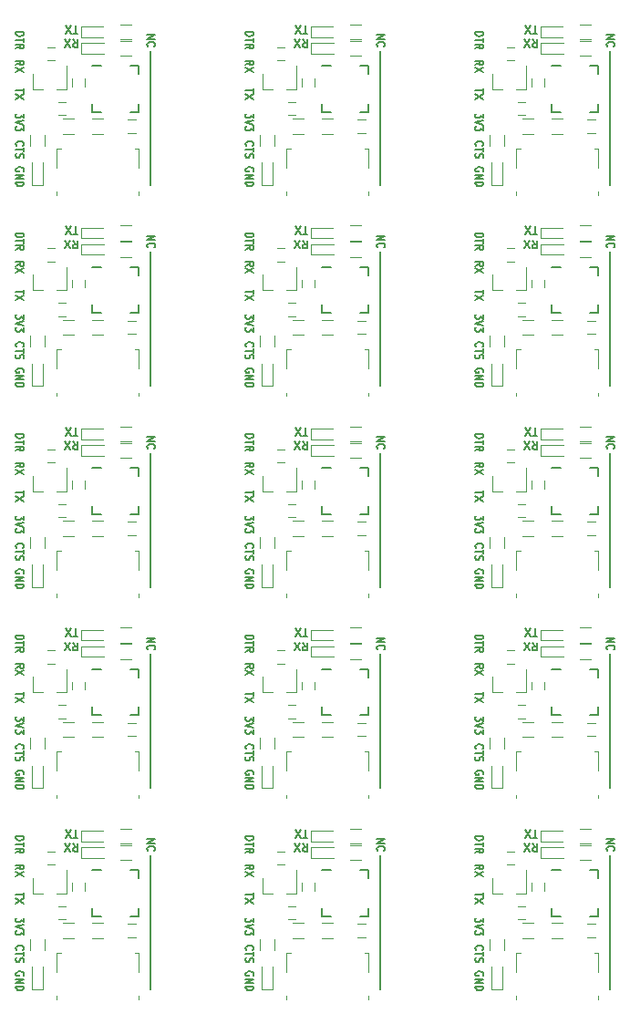
<source format=gto>
G04 #@! TF.FileFunction,Legend,Top*
%FSLAX46Y46*%
G04 Gerber Fmt 4.6, Leading zero omitted, Abs format (unit mm)*
G04 Created by KiCad (PCBNEW 4.0.5+dfsg1-4) date Mon Jul 16 11:57:44 2018*
%MOMM*%
%LPD*%
G01*
G04 APERTURE LIST*
%ADD10C,0.100000*%
%ADD11C,0.150000*%
%ADD12C,0.200000*%
%ADD13C,0.120000*%
G04 APERTURE END LIST*
D10*
D11*
X147064000Y-127044214D02*
X147314000Y-127401357D01*
X147492572Y-127044214D02*
X147492572Y-127794214D01*
X147206857Y-127794214D01*
X147135429Y-127758500D01*
X147099714Y-127722786D01*
X147064000Y-127651357D01*
X147064000Y-127544214D01*
X147099714Y-127472786D01*
X147135429Y-127437071D01*
X147206857Y-127401357D01*
X147492572Y-127401357D01*
X146814000Y-127794214D02*
X146314000Y-127044214D01*
X146314000Y-127794214D02*
X146814000Y-127044214D01*
X147510428Y-126519214D02*
X147081857Y-126519214D01*
X147296143Y-125769214D02*
X147296143Y-126519214D01*
X146903285Y-126519214D02*
X146403285Y-125769214D01*
X146403285Y-126519214D02*
X146903285Y-125769214D01*
X141773714Y-126384143D02*
X142523714Y-126384143D01*
X142523714Y-126538905D01*
X142488000Y-126631762D01*
X142416571Y-126693667D01*
X142345143Y-126724619D01*
X142202286Y-126755571D01*
X142095143Y-126755571D01*
X141952286Y-126724619D01*
X141880857Y-126693667D01*
X141809429Y-126631762D01*
X141773714Y-126538905D01*
X141773714Y-126384143D01*
X142523714Y-126941286D02*
X142523714Y-127312714D01*
X141773714Y-127127000D02*
X142523714Y-127127000D01*
X141773714Y-127900809D02*
X142130857Y-127684143D01*
X141773714Y-127529381D02*
X142523714Y-127529381D01*
X142523714Y-127777000D01*
X142488000Y-127838905D01*
X142452286Y-127869857D01*
X142380857Y-127900809D01*
X142273714Y-127900809D01*
X142202286Y-127869857D01*
X142166571Y-127838905D01*
X142130857Y-127777000D01*
X142130857Y-127529381D01*
X141773714Y-129431190D02*
X142130857Y-129214524D01*
X141773714Y-129059762D02*
X142523714Y-129059762D01*
X142523714Y-129307381D01*
X142488000Y-129369286D01*
X142452286Y-129400238D01*
X142380857Y-129431190D01*
X142273714Y-129431190D01*
X142202286Y-129400238D01*
X142166571Y-129369286D01*
X142130857Y-129307381D01*
X142130857Y-129059762D01*
X142523714Y-129647857D02*
X141773714Y-130081190D01*
X142523714Y-130081190D02*
X141773714Y-129647857D01*
X125728000Y-127044214D02*
X125978000Y-127401357D01*
X126156572Y-127044214D02*
X126156572Y-127794214D01*
X125870857Y-127794214D01*
X125799429Y-127758500D01*
X125763714Y-127722786D01*
X125728000Y-127651357D01*
X125728000Y-127544214D01*
X125763714Y-127472786D01*
X125799429Y-127437071D01*
X125870857Y-127401357D01*
X126156572Y-127401357D01*
X125478000Y-127794214D02*
X124978000Y-127044214D01*
X124978000Y-127794214D02*
X125478000Y-127044214D01*
X126174428Y-126519214D02*
X125745857Y-126519214D01*
X125960143Y-125769214D02*
X125960143Y-126519214D01*
X125567285Y-126519214D02*
X125067285Y-125769214D01*
X125067285Y-126519214D02*
X125567285Y-125769214D01*
X132629714Y-126646762D02*
X133379714Y-126646762D01*
X132629714Y-127018190D01*
X133379714Y-127018190D01*
X132701143Y-127699142D02*
X132665429Y-127668190D01*
X132629714Y-127575333D01*
X132629714Y-127513428D01*
X132665429Y-127420571D01*
X132736857Y-127358666D01*
X132808286Y-127327714D01*
X132951143Y-127296762D01*
X133058286Y-127296762D01*
X133201143Y-127327714D01*
X133272571Y-127358666D01*
X133344000Y-127420571D01*
X133379714Y-127513428D01*
X133379714Y-127575333D01*
X133344000Y-127668190D01*
X133308286Y-127699142D01*
D12*
X132969000Y-128143000D02*
X132969000Y-140589000D01*
D11*
X121152000Y-139306238D02*
X121187714Y-139244333D01*
X121187714Y-139151476D01*
X121152000Y-139058619D01*
X121080571Y-138996714D01*
X121009143Y-138965762D01*
X120866286Y-138934810D01*
X120759143Y-138934810D01*
X120616286Y-138965762D01*
X120544857Y-138996714D01*
X120473429Y-139058619D01*
X120437714Y-139151476D01*
X120437714Y-139213381D01*
X120473429Y-139306238D01*
X120509143Y-139337190D01*
X120759143Y-139337190D01*
X120759143Y-139213381D01*
X120437714Y-139615762D02*
X121187714Y-139615762D01*
X120437714Y-139987190D01*
X121187714Y-139987190D01*
X120437714Y-140296714D02*
X121187714Y-140296714D01*
X121187714Y-140451476D01*
X121152000Y-140544333D01*
X121080571Y-140606238D01*
X121009143Y-140637190D01*
X120866286Y-140668142D01*
X120759143Y-140668142D01*
X120616286Y-140637190D01*
X120544857Y-140606238D01*
X120473429Y-140544333D01*
X120437714Y-140451476D01*
X120437714Y-140296714D01*
X120509143Y-136924190D02*
X120473429Y-136893238D01*
X120437714Y-136800381D01*
X120437714Y-136738476D01*
X120473429Y-136645619D01*
X120544857Y-136583714D01*
X120616286Y-136552762D01*
X120759143Y-136521810D01*
X120866286Y-136521810D01*
X121009143Y-136552762D01*
X121080571Y-136583714D01*
X121152000Y-136645619D01*
X121187714Y-136738476D01*
X121187714Y-136800381D01*
X121152000Y-136893238D01*
X121116286Y-136924190D01*
X121187714Y-137109905D02*
X121187714Y-137481333D01*
X120437714Y-137295619D02*
X121187714Y-137295619D01*
X120473429Y-137667048D02*
X120437714Y-137759905D01*
X120437714Y-137914667D01*
X120473429Y-137976571D01*
X120509143Y-138007524D01*
X120580571Y-138038476D01*
X120652000Y-138038476D01*
X120723429Y-138007524D01*
X120759143Y-137976571D01*
X120794857Y-137914667D01*
X120830571Y-137790857D01*
X120866286Y-137728952D01*
X120902000Y-137698000D01*
X120973429Y-137667048D01*
X121044857Y-137667048D01*
X121116286Y-137698000D01*
X121152000Y-137728952D01*
X121187714Y-137790857D01*
X121187714Y-137945619D01*
X121152000Y-138038476D01*
X120437714Y-126384143D02*
X121187714Y-126384143D01*
X121187714Y-126538905D01*
X121152000Y-126631762D01*
X121080571Y-126693667D01*
X121009143Y-126724619D01*
X120866286Y-126755571D01*
X120759143Y-126755571D01*
X120616286Y-126724619D01*
X120544857Y-126693667D01*
X120473429Y-126631762D01*
X120437714Y-126538905D01*
X120437714Y-126384143D01*
X121187714Y-126941286D02*
X121187714Y-127312714D01*
X120437714Y-127127000D02*
X121187714Y-127127000D01*
X120437714Y-127900809D02*
X120794857Y-127684143D01*
X120437714Y-127529381D02*
X121187714Y-127529381D01*
X121187714Y-127777000D01*
X121152000Y-127838905D01*
X121116286Y-127869857D01*
X121044857Y-127900809D01*
X120937714Y-127900809D01*
X120866286Y-127869857D01*
X120830571Y-127838905D01*
X120794857Y-127777000D01*
X120794857Y-127529381D01*
X121187714Y-133950857D02*
X121187714Y-134353238D01*
X120902000Y-134136571D01*
X120902000Y-134229429D01*
X120866286Y-134291333D01*
X120830571Y-134322286D01*
X120759143Y-134353238D01*
X120580571Y-134353238D01*
X120509143Y-134322286D01*
X120473429Y-134291333D01*
X120437714Y-134229429D01*
X120437714Y-134043714D01*
X120473429Y-133981810D01*
X120509143Y-133950857D01*
X121187714Y-134538953D02*
X120437714Y-134755619D01*
X121187714Y-134972286D01*
X121187714Y-135127048D02*
X121187714Y-135529429D01*
X120902000Y-135312762D01*
X120902000Y-135405620D01*
X120866286Y-135467524D01*
X120830571Y-135498477D01*
X120759143Y-135529429D01*
X120580571Y-135529429D01*
X120509143Y-135498477D01*
X120473429Y-135467524D01*
X120437714Y-135405620D01*
X120437714Y-135219905D01*
X120473429Y-135158001D01*
X120509143Y-135127048D01*
X121187714Y-131633905D02*
X121187714Y-132005333D01*
X120437714Y-131819619D02*
X121187714Y-131819619D01*
X121187714Y-132160095D02*
X120437714Y-132593428D01*
X121187714Y-132593428D02*
X120437714Y-132160095D01*
X120437714Y-129431190D02*
X120794857Y-129214524D01*
X120437714Y-129059762D02*
X121187714Y-129059762D01*
X121187714Y-129307381D01*
X121152000Y-129369286D01*
X121116286Y-129400238D01*
X121044857Y-129431190D01*
X120937714Y-129431190D01*
X120866286Y-129400238D01*
X120830571Y-129369286D01*
X120794857Y-129307381D01*
X120794857Y-129059762D01*
X121187714Y-129647857D02*
X120437714Y-130081190D01*
X121187714Y-130081190D02*
X120437714Y-129647857D01*
X163181143Y-136924190D02*
X163145429Y-136893238D01*
X163109714Y-136800381D01*
X163109714Y-136738476D01*
X163145429Y-136645619D01*
X163216857Y-136583714D01*
X163288286Y-136552762D01*
X163431143Y-136521810D01*
X163538286Y-136521810D01*
X163681143Y-136552762D01*
X163752571Y-136583714D01*
X163824000Y-136645619D01*
X163859714Y-136738476D01*
X163859714Y-136800381D01*
X163824000Y-136893238D01*
X163788286Y-136924190D01*
X163859714Y-137109905D02*
X163859714Y-137481333D01*
X163109714Y-137295619D02*
X163859714Y-137295619D01*
X163145429Y-137667048D02*
X163109714Y-137759905D01*
X163109714Y-137914667D01*
X163145429Y-137976571D01*
X163181143Y-138007524D01*
X163252571Y-138038476D01*
X163324000Y-138038476D01*
X163395429Y-138007524D01*
X163431143Y-137976571D01*
X163466857Y-137914667D01*
X163502571Y-137790857D01*
X163538286Y-137728952D01*
X163574000Y-137698000D01*
X163645429Y-137667048D01*
X163716857Y-137667048D01*
X163788286Y-137698000D01*
X163824000Y-137728952D01*
X163859714Y-137790857D01*
X163859714Y-137945619D01*
X163824000Y-138038476D01*
X163824000Y-139306238D02*
X163859714Y-139244333D01*
X163859714Y-139151476D01*
X163824000Y-139058619D01*
X163752571Y-138996714D01*
X163681143Y-138965762D01*
X163538286Y-138934810D01*
X163431143Y-138934810D01*
X163288286Y-138965762D01*
X163216857Y-138996714D01*
X163145429Y-139058619D01*
X163109714Y-139151476D01*
X163109714Y-139213381D01*
X163145429Y-139306238D01*
X163181143Y-139337190D01*
X163431143Y-139337190D01*
X163431143Y-139213381D01*
X163109714Y-139615762D02*
X163859714Y-139615762D01*
X163109714Y-139987190D01*
X163859714Y-139987190D01*
X163109714Y-140296714D02*
X163859714Y-140296714D01*
X163859714Y-140451476D01*
X163824000Y-140544333D01*
X163752571Y-140606238D01*
X163681143Y-140637190D01*
X163538286Y-140668142D01*
X163431143Y-140668142D01*
X163288286Y-140637190D01*
X163216857Y-140606238D01*
X163145429Y-140544333D01*
X163109714Y-140451476D01*
X163109714Y-140296714D01*
X168400000Y-127044214D02*
X168650000Y-127401357D01*
X168828572Y-127044214D02*
X168828572Y-127794214D01*
X168542857Y-127794214D01*
X168471429Y-127758500D01*
X168435714Y-127722786D01*
X168400000Y-127651357D01*
X168400000Y-127544214D01*
X168435714Y-127472786D01*
X168471429Y-127437071D01*
X168542857Y-127401357D01*
X168828572Y-127401357D01*
X168150000Y-127794214D02*
X167650000Y-127044214D01*
X167650000Y-127794214D02*
X168150000Y-127044214D01*
X168846428Y-126519214D02*
X168417857Y-126519214D01*
X168632143Y-125769214D02*
X168632143Y-126519214D01*
X168239285Y-126519214D02*
X167739285Y-125769214D01*
X167739285Y-126519214D02*
X168239285Y-125769214D01*
D12*
X175641000Y-128143000D02*
X175641000Y-140589000D01*
D11*
X175301714Y-126646762D02*
X176051714Y-126646762D01*
X175301714Y-127018190D01*
X176051714Y-127018190D01*
X175373143Y-127699142D02*
X175337429Y-127668190D01*
X175301714Y-127575333D01*
X175301714Y-127513428D01*
X175337429Y-127420571D01*
X175408857Y-127358666D01*
X175480286Y-127327714D01*
X175623143Y-127296762D01*
X175730286Y-127296762D01*
X175873143Y-127327714D01*
X175944571Y-127358666D01*
X176016000Y-127420571D01*
X176051714Y-127513428D01*
X176051714Y-127575333D01*
X176016000Y-127668190D01*
X175980286Y-127699142D01*
X142523714Y-131633905D02*
X142523714Y-132005333D01*
X141773714Y-131819619D02*
X142523714Y-131819619D01*
X142523714Y-132160095D02*
X141773714Y-132593428D01*
X142523714Y-132593428D02*
X141773714Y-132160095D01*
X142523714Y-133950857D02*
X142523714Y-134353238D01*
X142238000Y-134136571D01*
X142238000Y-134229429D01*
X142202286Y-134291333D01*
X142166571Y-134322286D01*
X142095143Y-134353238D01*
X141916571Y-134353238D01*
X141845143Y-134322286D01*
X141809429Y-134291333D01*
X141773714Y-134229429D01*
X141773714Y-134043714D01*
X141809429Y-133981810D01*
X141845143Y-133950857D01*
X142523714Y-134538953D02*
X141773714Y-134755619D01*
X142523714Y-134972286D01*
X142523714Y-135127048D02*
X142523714Y-135529429D01*
X142238000Y-135312762D01*
X142238000Y-135405620D01*
X142202286Y-135467524D01*
X142166571Y-135498477D01*
X142095143Y-135529429D01*
X141916571Y-135529429D01*
X141845143Y-135498477D01*
X141809429Y-135467524D01*
X141773714Y-135405620D01*
X141773714Y-135219905D01*
X141809429Y-135158001D01*
X141845143Y-135127048D01*
X141845143Y-136924190D02*
X141809429Y-136893238D01*
X141773714Y-136800381D01*
X141773714Y-136738476D01*
X141809429Y-136645619D01*
X141880857Y-136583714D01*
X141952286Y-136552762D01*
X142095143Y-136521810D01*
X142202286Y-136521810D01*
X142345143Y-136552762D01*
X142416571Y-136583714D01*
X142488000Y-136645619D01*
X142523714Y-136738476D01*
X142523714Y-136800381D01*
X142488000Y-136893238D01*
X142452286Y-136924190D01*
X142523714Y-137109905D02*
X142523714Y-137481333D01*
X141773714Y-137295619D02*
X142523714Y-137295619D01*
X141809429Y-137667048D02*
X141773714Y-137759905D01*
X141773714Y-137914667D01*
X141809429Y-137976571D01*
X141845143Y-138007524D01*
X141916571Y-138038476D01*
X141988000Y-138038476D01*
X142059429Y-138007524D01*
X142095143Y-137976571D01*
X142130857Y-137914667D01*
X142166571Y-137790857D01*
X142202286Y-137728952D01*
X142238000Y-137698000D01*
X142309429Y-137667048D01*
X142380857Y-137667048D01*
X142452286Y-137698000D01*
X142488000Y-137728952D01*
X142523714Y-137790857D01*
X142523714Y-137945619D01*
X142488000Y-138038476D01*
X142488000Y-139306238D02*
X142523714Y-139244333D01*
X142523714Y-139151476D01*
X142488000Y-139058619D01*
X142416571Y-138996714D01*
X142345143Y-138965762D01*
X142202286Y-138934810D01*
X142095143Y-138934810D01*
X141952286Y-138965762D01*
X141880857Y-138996714D01*
X141809429Y-139058619D01*
X141773714Y-139151476D01*
X141773714Y-139213381D01*
X141809429Y-139306238D01*
X141845143Y-139337190D01*
X142095143Y-139337190D01*
X142095143Y-139213381D01*
X141773714Y-139615762D02*
X142523714Y-139615762D01*
X141773714Y-139987190D01*
X142523714Y-139987190D01*
X141773714Y-140296714D02*
X142523714Y-140296714D01*
X142523714Y-140451476D01*
X142488000Y-140544333D01*
X142416571Y-140606238D01*
X142345143Y-140637190D01*
X142202286Y-140668142D01*
X142095143Y-140668142D01*
X141952286Y-140637190D01*
X141880857Y-140606238D01*
X141809429Y-140544333D01*
X141773714Y-140451476D01*
X141773714Y-140296714D01*
X163109714Y-129431190D02*
X163466857Y-129214524D01*
X163109714Y-129059762D02*
X163859714Y-129059762D01*
X163859714Y-129307381D01*
X163824000Y-129369286D01*
X163788286Y-129400238D01*
X163716857Y-129431190D01*
X163609714Y-129431190D01*
X163538286Y-129400238D01*
X163502571Y-129369286D01*
X163466857Y-129307381D01*
X163466857Y-129059762D01*
X163859714Y-129647857D02*
X163109714Y-130081190D01*
X163859714Y-130081190D02*
X163109714Y-129647857D01*
X163859714Y-131633905D02*
X163859714Y-132005333D01*
X163109714Y-131819619D02*
X163859714Y-131819619D01*
X163859714Y-132160095D02*
X163109714Y-132593428D01*
X163859714Y-132593428D02*
X163109714Y-132160095D01*
X163859714Y-133950857D02*
X163859714Y-134353238D01*
X163574000Y-134136571D01*
X163574000Y-134229429D01*
X163538286Y-134291333D01*
X163502571Y-134322286D01*
X163431143Y-134353238D01*
X163252571Y-134353238D01*
X163181143Y-134322286D01*
X163145429Y-134291333D01*
X163109714Y-134229429D01*
X163109714Y-134043714D01*
X163145429Y-133981810D01*
X163181143Y-133950857D01*
X163859714Y-134538953D02*
X163109714Y-134755619D01*
X163859714Y-134972286D01*
X163859714Y-135127048D02*
X163859714Y-135529429D01*
X163574000Y-135312762D01*
X163574000Y-135405620D01*
X163538286Y-135467524D01*
X163502571Y-135498477D01*
X163431143Y-135529429D01*
X163252571Y-135529429D01*
X163181143Y-135498477D01*
X163145429Y-135467524D01*
X163109714Y-135405620D01*
X163109714Y-135219905D01*
X163145429Y-135158001D01*
X163181143Y-135127048D01*
X163109714Y-126384143D02*
X163859714Y-126384143D01*
X163859714Y-126538905D01*
X163824000Y-126631762D01*
X163752571Y-126693667D01*
X163681143Y-126724619D01*
X163538286Y-126755571D01*
X163431143Y-126755571D01*
X163288286Y-126724619D01*
X163216857Y-126693667D01*
X163145429Y-126631762D01*
X163109714Y-126538905D01*
X163109714Y-126384143D01*
X163859714Y-126941286D02*
X163859714Y-127312714D01*
X163109714Y-127127000D02*
X163859714Y-127127000D01*
X163109714Y-127900809D02*
X163466857Y-127684143D01*
X163109714Y-127529381D02*
X163859714Y-127529381D01*
X163859714Y-127777000D01*
X163824000Y-127838905D01*
X163788286Y-127869857D01*
X163716857Y-127900809D01*
X163609714Y-127900809D01*
X163538286Y-127869857D01*
X163502571Y-127838905D01*
X163466857Y-127777000D01*
X163466857Y-127529381D01*
D12*
X154305000Y-128143000D02*
X154305000Y-140589000D01*
D11*
X153965714Y-126646762D02*
X154715714Y-126646762D01*
X153965714Y-127018190D01*
X154715714Y-127018190D01*
X154037143Y-127699142D02*
X154001429Y-127668190D01*
X153965714Y-127575333D01*
X153965714Y-127513428D01*
X154001429Y-127420571D01*
X154072857Y-127358666D01*
X154144286Y-127327714D01*
X154287143Y-127296762D01*
X154394286Y-127296762D01*
X154537143Y-127327714D01*
X154608571Y-127358666D01*
X154680000Y-127420571D01*
X154715714Y-127513428D01*
X154715714Y-127575333D01*
X154680000Y-127668190D01*
X154644286Y-127699142D01*
X125728000Y-108375214D02*
X125978000Y-108732357D01*
X126156572Y-108375214D02*
X126156572Y-109125214D01*
X125870857Y-109125214D01*
X125799429Y-109089500D01*
X125763714Y-109053786D01*
X125728000Y-108982357D01*
X125728000Y-108875214D01*
X125763714Y-108803786D01*
X125799429Y-108768071D01*
X125870857Y-108732357D01*
X126156572Y-108732357D01*
X125478000Y-109125214D02*
X124978000Y-108375214D01*
X124978000Y-109125214D02*
X125478000Y-108375214D01*
X126174428Y-107850214D02*
X125745857Y-107850214D01*
X125960143Y-107100214D02*
X125960143Y-107850214D01*
X125567285Y-107850214D02*
X125067285Y-107100214D01*
X125067285Y-107850214D02*
X125567285Y-107100214D01*
X120437714Y-107715143D02*
X121187714Y-107715143D01*
X121187714Y-107869905D01*
X121152000Y-107962762D01*
X121080571Y-108024667D01*
X121009143Y-108055619D01*
X120866286Y-108086571D01*
X120759143Y-108086571D01*
X120616286Y-108055619D01*
X120544857Y-108024667D01*
X120473429Y-107962762D01*
X120437714Y-107869905D01*
X120437714Y-107715143D01*
X121187714Y-108272286D02*
X121187714Y-108643714D01*
X120437714Y-108458000D02*
X121187714Y-108458000D01*
X120437714Y-109231809D02*
X120794857Y-109015143D01*
X120437714Y-108860381D02*
X121187714Y-108860381D01*
X121187714Y-109108000D01*
X121152000Y-109169905D01*
X121116286Y-109200857D01*
X121044857Y-109231809D01*
X120937714Y-109231809D01*
X120866286Y-109200857D01*
X120830571Y-109169905D01*
X120794857Y-109108000D01*
X120794857Y-108860381D01*
X121187714Y-115281857D02*
X121187714Y-115684238D01*
X120902000Y-115467571D01*
X120902000Y-115560429D01*
X120866286Y-115622333D01*
X120830571Y-115653286D01*
X120759143Y-115684238D01*
X120580571Y-115684238D01*
X120509143Y-115653286D01*
X120473429Y-115622333D01*
X120437714Y-115560429D01*
X120437714Y-115374714D01*
X120473429Y-115312810D01*
X120509143Y-115281857D01*
X121187714Y-115869953D02*
X120437714Y-116086619D01*
X121187714Y-116303286D01*
X121187714Y-116458048D02*
X121187714Y-116860429D01*
X120902000Y-116643762D01*
X120902000Y-116736620D01*
X120866286Y-116798524D01*
X120830571Y-116829477D01*
X120759143Y-116860429D01*
X120580571Y-116860429D01*
X120509143Y-116829477D01*
X120473429Y-116798524D01*
X120437714Y-116736620D01*
X120437714Y-116550905D01*
X120473429Y-116489001D01*
X120509143Y-116458048D01*
X121187714Y-112964905D02*
X121187714Y-113336333D01*
X120437714Y-113150619D02*
X121187714Y-113150619D01*
X121187714Y-113491095D02*
X120437714Y-113924428D01*
X121187714Y-113924428D02*
X120437714Y-113491095D01*
X120437714Y-110762190D02*
X120794857Y-110545524D01*
X120437714Y-110390762D02*
X121187714Y-110390762D01*
X121187714Y-110638381D01*
X121152000Y-110700286D01*
X121116286Y-110731238D01*
X121044857Y-110762190D01*
X120937714Y-110762190D01*
X120866286Y-110731238D01*
X120830571Y-110700286D01*
X120794857Y-110638381D01*
X120794857Y-110390762D01*
X121187714Y-110978857D02*
X120437714Y-111412190D01*
X121187714Y-111412190D02*
X120437714Y-110978857D01*
X121152000Y-120637238D02*
X121187714Y-120575333D01*
X121187714Y-120482476D01*
X121152000Y-120389619D01*
X121080571Y-120327714D01*
X121009143Y-120296762D01*
X120866286Y-120265810D01*
X120759143Y-120265810D01*
X120616286Y-120296762D01*
X120544857Y-120327714D01*
X120473429Y-120389619D01*
X120437714Y-120482476D01*
X120437714Y-120544381D01*
X120473429Y-120637238D01*
X120509143Y-120668190D01*
X120759143Y-120668190D01*
X120759143Y-120544381D01*
X120437714Y-120946762D02*
X121187714Y-120946762D01*
X120437714Y-121318190D01*
X121187714Y-121318190D01*
X120437714Y-121627714D02*
X121187714Y-121627714D01*
X121187714Y-121782476D01*
X121152000Y-121875333D01*
X121080571Y-121937238D01*
X121009143Y-121968190D01*
X120866286Y-121999142D01*
X120759143Y-121999142D01*
X120616286Y-121968190D01*
X120544857Y-121937238D01*
X120473429Y-121875333D01*
X120437714Y-121782476D01*
X120437714Y-121627714D01*
X120509143Y-118255190D02*
X120473429Y-118224238D01*
X120437714Y-118131381D01*
X120437714Y-118069476D01*
X120473429Y-117976619D01*
X120544857Y-117914714D01*
X120616286Y-117883762D01*
X120759143Y-117852810D01*
X120866286Y-117852810D01*
X121009143Y-117883762D01*
X121080571Y-117914714D01*
X121152000Y-117976619D01*
X121187714Y-118069476D01*
X121187714Y-118131381D01*
X121152000Y-118224238D01*
X121116286Y-118255190D01*
X121187714Y-118440905D02*
X121187714Y-118812333D01*
X120437714Y-118626619D02*
X121187714Y-118626619D01*
X120473429Y-118998048D02*
X120437714Y-119090905D01*
X120437714Y-119245667D01*
X120473429Y-119307571D01*
X120509143Y-119338524D01*
X120580571Y-119369476D01*
X120652000Y-119369476D01*
X120723429Y-119338524D01*
X120759143Y-119307571D01*
X120794857Y-119245667D01*
X120830571Y-119121857D01*
X120866286Y-119059952D01*
X120902000Y-119029000D01*
X120973429Y-118998048D01*
X121044857Y-118998048D01*
X121116286Y-119029000D01*
X121152000Y-119059952D01*
X121187714Y-119121857D01*
X121187714Y-119276619D01*
X121152000Y-119369476D01*
X132629714Y-107977762D02*
X133379714Y-107977762D01*
X132629714Y-108349190D01*
X133379714Y-108349190D01*
X132701143Y-109030142D02*
X132665429Y-108999190D01*
X132629714Y-108906333D01*
X132629714Y-108844428D01*
X132665429Y-108751571D01*
X132736857Y-108689666D01*
X132808286Y-108658714D01*
X132951143Y-108627762D01*
X133058286Y-108627762D01*
X133201143Y-108658714D01*
X133272571Y-108689666D01*
X133344000Y-108751571D01*
X133379714Y-108844428D01*
X133379714Y-108906333D01*
X133344000Y-108999190D01*
X133308286Y-109030142D01*
X142523714Y-112964905D02*
X142523714Y-113336333D01*
X141773714Y-113150619D02*
X142523714Y-113150619D01*
X142523714Y-113491095D02*
X141773714Y-113924428D01*
X142523714Y-113924428D02*
X141773714Y-113491095D01*
X141773714Y-107715143D02*
X142523714Y-107715143D01*
X142523714Y-107869905D01*
X142488000Y-107962762D01*
X142416571Y-108024667D01*
X142345143Y-108055619D01*
X142202286Y-108086571D01*
X142095143Y-108086571D01*
X141952286Y-108055619D01*
X141880857Y-108024667D01*
X141809429Y-107962762D01*
X141773714Y-107869905D01*
X141773714Y-107715143D01*
X142523714Y-108272286D02*
X142523714Y-108643714D01*
X141773714Y-108458000D02*
X142523714Y-108458000D01*
X141773714Y-109231809D02*
X142130857Y-109015143D01*
X141773714Y-108860381D02*
X142523714Y-108860381D01*
X142523714Y-109108000D01*
X142488000Y-109169905D01*
X142452286Y-109200857D01*
X142380857Y-109231809D01*
X142273714Y-109231809D01*
X142202286Y-109200857D01*
X142166571Y-109169905D01*
X142130857Y-109108000D01*
X142130857Y-108860381D01*
X141773714Y-110762190D02*
X142130857Y-110545524D01*
X141773714Y-110390762D02*
X142523714Y-110390762D01*
X142523714Y-110638381D01*
X142488000Y-110700286D01*
X142452286Y-110731238D01*
X142380857Y-110762190D01*
X142273714Y-110762190D01*
X142202286Y-110731238D01*
X142166571Y-110700286D01*
X142130857Y-110638381D01*
X142130857Y-110390762D01*
X142523714Y-110978857D02*
X141773714Y-111412190D01*
X142523714Y-111412190D02*
X141773714Y-110978857D01*
X142523714Y-115281857D02*
X142523714Y-115684238D01*
X142238000Y-115467571D01*
X142238000Y-115560429D01*
X142202286Y-115622333D01*
X142166571Y-115653286D01*
X142095143Y-115684238D01*
X141916571Y-115684238D01*
X141845143Y-115653286D01*
X141809429Y-115622333D01*
X141773714Y-115560429D01*
X141773714Y-115374714D01*
X141809429Y-115312810D01*
X141845143Y-115281857D01*
X142523714Y-115869953D02*
X141773714Y-116086619D01*
X142523714Y-116303286D01*
X142523714Y-116458048D02*
X142523714Y-116860429D01*
X142238000Y-116643762D01*
X142238000Y-116736620D01*
X142202286Y-116798524D01*
X142166571Y-116829477D01*
X142095143Y-116860429D01*
X141916571Y-116860429D01*
X141845143Y-116829477D01*
X141809429Y-116798524D01*
X141773714Y-116736620D01*
X141773714Y-116550905D01*
X141809429Y-116489001D01*
X141845143Y-116458048D01*
D12*
X132969000Y-109474000D02*
X132969000Y-121920000D01*
D11*
X141845143Y-118255190D02*
X141809429Y-118224238D01*
X141773714Y-118131381D01*
X141773714Y-118069476D01*
X141809429Y-117976619D01*
X141880857Y-117914714D01*
X141952286Y-117883762D01*
X142095143Y-117852810D01*
X142202286Y-117852810D01*
X142345143Y-117883762D01*
X142416571Y-117914714D01*
X142488000Y-117976619D01*
X142523714Y-118069476D01*
X142523714Y-118131381D01*
X142488000Y-118224238D01*
X142452286Y-118255190D01*
X142523714Y-118440905D02*
X142523714Y-118812333D01*
X141773714Y-118626619D02*
X142523714Y-118626619D01*
X141809429Y-118998048D02*
X141773714Y-119090905D01*
X141773714Y-119245667D01*
X141809429Y-119307571D01*
X141845143Y-119338524D01*
X141916571Y-119369476D01*
X141988000Y-119369476D01*
X142059429Y-119338524D01*
X142095143Y-119307571D01*
X142130857Y-119245667D01*
X142166571Y-119121857D01*
X142202286Y-119059952D01*
X142238000Y-119029000D01*
X142309429Y-118998048D01*
X142380857Y-118998048D01*
X142452286Y-119029000D01*
X142488000Y-119059952D01*
X142523714Y-119121857D01*
X142523714Y-119276619D01*
X142488000Y-119369476D01*
X142488000Y-120637238D02*
X142523714Y-120575333D01*
X142523714Y-120482476D01*
X142488000Y-120389619D01*
X142416571Y-120327714D01*
X142345143Y-120296762D01*
X142202286Y-120265810D01*
X142095143Y-120265810D01*
X141952286Y-120296762D01*
X141880857Y-120327714D01*
X141809429Y-120389619D01*
X141773714Y-120482476D01*
X141773714Y-120544381D01*
X141809429Y-120637238D01*
X141845143Y-120668190D01*
X142095143Y-120668190D01*
X142095143Y-120544381D01*
X141773714Y-120946762D02*
X142523714Y-120946762D01*
X141773714Y-121318190D01*
X142523714Y-121318190D01*
X141773714Y-121627714D02*
X142523714Y-121627714D01*
X142523714Y-121782476D01*
X142488000Y-121875333D01*
X142416571Y-121937238D01*
X142345143Y-121968190D01*
X142202286Y-121999142D01*
X142095143Y-121999142D01*
X141952286Y-121968190D01*
X141880857Y-121937238D01*
X141809429Y-121875333D01*
X141773714Y-121782476D01*
X141773714Y-121627714D01*
X153965714Y-107977762D02*
X154715714Y-107977762D01*
X153965714Y-108349190D01*
X154715714Y-108349190D01*
X154037143Y-109030142D02*
X154001429Y-108999190D01*
X153965714Y-108906333D01*
X153965714Y-108844428D01*
X154001429Y-108751571D01*
X154072857Y-108689666D01*
X154144286Y-108658714D01*
X154287143Y-108627762D01*
X154394286Y-108627762D01*
X154537143Y-108658714D01*
X154608571Y-108689666D01*
X154680000Y-108751571D01*
X154715714Y-108844428D01*
X154715714Y-108906333D01*
X154680000Y-108999190D01*
X154644286Y-109030142D01*
X147064000Y-108375214D02*
X147314000Y-108732357D01*
X147492572Y-108375214D02*
X147492572Y-109125214D01*
X147206857Y-109125214D01*
X147135429Y-109089500D01*
X147099714Y-109053786D01*
X147064000Y-108982357D01*
X147064000Y-108875214D01*
X147099714Y-108803786D01*
X147135429Y-108768071D01*
X147206857Y-108732357D01*
X147492572Y-108732357D01*
X146814000Y-109125214D02*
X146314000Y-108375214D01*
X146314000Y-109125214D02*
X146814000Y-108375214D01*
X147510428Y-107850214D02*
X147081857Y-107850214D01*
X147296143Y-107100214D02*
X147296143Y-107850214D01*
X146903285Y-107850214D02*
X146403285Y-107100214D01*
X146403285Y-107850214D02*
X146903285Y-107100214D01*
D12*
X154305000Y-109474000D02*
X154305000Y-121920000D01*
X175641000Y-109474000D02*
X175641000Y-121920000D01*
D11*
X163181143Y-118255190D02*
X163145429Y-118224238D01*
X163109714Y-118131381D01*
X163109714Y-118069476D01*
X163145429Y-117976619D01*
X163216857Y-117914714D01*
X163288286Y-117883762D01*
X163431143Y-117852810D01*
X163538286Y-117852810D01*
X163681143Y-117883762D01*
X163752571Y-117914714D01*
X163824000Y-117976619D01*
X163859714Y-118069476D01*
X163859714Y-118131381D01*
X163824000Y-118224238D01*
X163788286Y-118255190D01*
X163859714Y-118440905D02*
X163859714Y-118812333D01*
X163109714Y-118626619D02*
X163859714Y-118626619D01*
X163145429Y-118998048D02*
X163109714Y-119090905D01*
X163109714Y-119245667D01*
X163145429Y-119307571D01*
X163181143Y-119338524D01*
X163252571Y-119369476D01*
X163324000Y-119369476D01*
X163395429Y-119338524D01*
X163431143Y-119307571D01*
X163466857Y-119245667D01*
X163502571Y-119121857D01*
X163538286Y-119059952D01*
X163574000Y-119029000D01*
X163645429Y-118998048D01*
X163716857Y-118998048D01*
X163788286Y-119029000D01*
X163824000Y-119059952D01*
X163859714Y-119121857D01*
X163859714Y-119276619D01*
X163824000Y-119369476D01*
X163824000Y-120637238D02*
X163859714Y-120575333D01*
X163859714Y-120482476D01*
X163824000Y-120389619D01*
X163752571Y-120327714D01*
X163681143Y-120296762D01*
X163538286Y-120265810D01*
X163431143Y-120265810D01*
X163288286Y-120296762D01*
X163216857Y-120327714D01*
X163145429Y-120389619D01*
X163109714Y-120482476D01*
X163109714Y-120544381D01*
X163145429Y-120637238D01*
X163181143Y-120668190D01*
X163431143Y-120668190D01*
X163431143Y-120544381D01*
X163109714Y-120946762D02*
X163859714Y-120946762D01*
X163109714Y-121318190D01*
X163859714Y-121318190D01*
X163109714Y-121627714D02*
X163859714Y-121627714D01*
X163859714Y-121782476D01*
X163824000Y-121875333D01*
X163752571Y-121937238D01*
X163681143Y-121968190D01*
X163538286Y-121999142D01*
X163431143Y-121999142D01*
X163288286Y-121968190D01*
X163216857Y-121937238D01*
X163145429Y-121875333D01*
X163109714Y-121782476D01*
X163109714Y-121627714D01*
X163859714Y-115281857D02*
X163859714Y-115684238D01*
X163574000Y-115467571D01*
X163574000Y-115560429D01*
X163538286Y-115622333D01*
X163502571Y-115653286D01*
X163431143Y-115684238D01*
X163252571Y-115684238D01*
X163181143Y-115653286D01*
X163145429Y-115622333D01*
X163109714Y-115560429D01*
X163109714Y-115374714D01*
X163145429Y-115312810D01*
X163181143Y-115281857D01*
X163859714Y-115869953D02*
X163109714Y-116086619D01*
X163859714Y-116303286D01*
X163859714Y-116458048D02*
X163859714Y-116860429D01*
X163574000Y-116643762D01*
X163574000Y-116736620D01*
X163538286Y-116798524D01*
X163502571Y-116829477D01*
X163431143Y-116860429D01*
X163252571Y-116860429D01*
X163181143Y-116829477D01*
X163145429Y-116798524D01*
X163109714Y-116736620D01*
X163109714Y-116550905D01*
X163145429Y-116489001D01*
X163181143Y-116458048D01*
X163859714Y-112964905D02*
X163859714Y-113336333D01*
X163109714Y-113150619D02*
X163859714Y-113150619D01*
X163859714Y-113491095D02*
X163109714Y-113924428D01*
X163859714Y-113924428D02*
X163109714Y-113491095D01*
X163109714Y-107715143D02*
X163859714Y-107715143D01*
X163859714Y-107869905D01*
X163824000Y-107962762D01*
X163752571Y-108024667D01*
X163681143Y-108055619D01*
X163538286Y-108086571D01*
X163431143Y-108086571D01*
X163288286Y-108055619D01*
X163216857Y-108024667D01*
X163145429Y-107962762D01*
X163109714Y-107869905D01*
X163109714Y-107715143D01*
X163859714Y-108272286D02*
X163859714Y-108643714D01*
X163109714Y-108458000D02*
X163859714Y-108458000D01*
X163109714Y-109231809D02*
X163466857Y-109015143D01*
X163109714Y-108860381D02*
X163859714Y-108860381D01*
X163859714Y-109108000D01*
X163824000Y-109169905D01*
X163788286Y-109200857D01*
X163716857Y-109231809D01*
X163609714Y-109231809D01*
X163538286Y-109200857D01*
X163502571Y-109169905D01*
X163466857Y-109108000D01*
X163466857Y-108860381D01*
X163109714Y-110762190D02*
X163466857Y-110545524D01*
X163109714Y-110390762D02*
X163859714Y-110390762D01*
X163859714Y-110638381D01*
X163824000Y-110700286D01*
X163788286Y-110731238D01*
X163716857Y-110762190D01*
X163609714Y-110762190D01*
X163538286Y-110731238D01*
X163502571Y-110700286D01*
X163466857Y-110638381D01*
X163466857Y-110390762D01*
X163859714Y-110978857D02*
X163109714Y-111412190D01*
X163859714Y-111412190D02*
X163109714Y-110978857D01*
X168400000Y-108375214D02*
X168650000Y-108732357D01*
X168828572Y-108375214D02*
X168828572Y-109125214D01*
X168542857Y-109125214D01*
X168471429Y-109089500D01*
X168435714Y-109053786D01*
X168400000Y-108982357D01*
X168400000Y-108875214D01*
X168435714Y-108803786D01*
X168471429Y-108768071D01*
X168542857Y-108732357D01*
X168828572Y-108732357D01*
X168150000Y-109125214D02*
X167650000Y-108375214D01*
X167650000Y-109125214D02*
X168150000Y-108375214D01*
X168846428Y-107850214D02*
X168417857Y-107850214D01*
X168632143Y-107100214D02*
X168632143Y-107850214D01*
X168239285Y-107850214D02*
X167739285Y-107100214D01*
X167739285Y-107850214D02*
X168239285Y-107100214D01*
X175301714Y-107977762D02*
X176051714Y-107977762D01*
X175301714Y-108349190D01*
X176051714Y-108349190D01*
X175373143Y-109030142D02*
X175337429Y-108999190D01*
X175301714Y-108906333D01*
X175301714Y-108844428D01*
X175337429Y-108751571D01*
X175408857Y-108689666D01*
X175480286Y-108658714D01*
X175623143Y-108627762D01*
X175730286Y-108627762D01*
X175873143Y-108658714D01*
X175944571Y-108689666D01*
X176016000Y-108751571D01*
X176051714Y-108844428D01*
X176051714Y-108906333D01*
X176016000Y-108999190D01*
X175980286Y-109030142D01*
X142523714Y-96612857D02*
X142523714Y-97015238D01*
X142238000Y-96798571D01*
X142238000Y-96891429D01*
X142202286Y-96953333D01*
X142166571Y-96984286D01*
X142095143Y-97015238D01*
X141916571Y-97015238D01*
X141845143Y-96984286D01*
X141809429Y-96953333D01*
X141773714Y-96891429D01*
X141773714Y-96705714D01*
X141809429Y-96643810D01*
X141845143Y-96612857D01*
X142523714Y-97200953D02*
X141773714Y-97417619D01*
X142523714Y-97634286D01*
X142523714Y-97789048D02*
X142523714Y-98191429D01*
X142238000Y-97974762D01*
X142238000Y-98067620D01*
X142202286Y-98129524D01*
X142166571Y-98160477D01*
X142095143Y-98191429D01*
X141916571Y-98191429D01*
X141845143Y-98160477D01*
X141809429Y-98129524D01*
X141773714Y-98067620D01*
X141773714Y-97881905D01*
X141809429Y-97820001D01*
X141845143Y-97789048D01*
X142523714Y-94295905D02*
X142523714Y-94667333D01*
X141773714Y-94481619D02*
X142523714Y-94481619D01*
X142523714Y-94822095D02*
X141773714Y-95255428D01*
X142523714Y-95255428D02*
X141773714Y-94822095D01*
X141773714Y-89046143D02*
X142523714Y-89046143D01*
X142523714Y-89200905D01*
X142488000Y-89293762D01*
X142416571Y-89355667D01*
X142345143Y-89386619D01*
X142202286Y-89417571D01*
X142095143Y-89417571D01*
X141952286Y-89386619D01*
X141880857Y-89355667D01*
X141809429Y-89293762D01*
X141773714Y-89200905D01*
X141773714Y-89046143D01*
X142523714Y-89603286D02*
X142523714Y-89974714D01*
X141773714Y-89789000D02*
X142523714Y-89789000D01*
X141773714Y-90562809D02*
X142130857Y-90346143D01*
X141773714Y-90191381D02*
X142523714Y-90191381D01*
X142523714Y-90439000D01*
X142488000Y-90500905D01*
X142452286Y-90531857D01*
X142380857Y-90562809D01*
X142273714Y-90562809D01*
X142202286Y-90531857D01*
X142166571Y-90500905D01*
X142130857Y-90439000D01*
X142130857Y-90191381D01*
X141773714Y-92093190D02*
X142130857Y-91876524D01*
X141773714Y-91721762D02*
X142523714Y-91721762D01*
X142523714Y-91969381D01*
X142488000Y-92031286D01*
X142452286Y-92062238D01*
X142380857Y-92093190D01*
X142273714Y-92093190D01*
X142202286Y-92062238D01*
X142166571Y-92031286D01*
X142130857Y-91969381D01*
X142130857Y-91721762D01*
X142523714Y-92309857D02*
X141773714Y-92743190D01*
X142523714Y-92743190D02*
X141773714Y-92309857D01*
X142488000Y-101968238D02*
X142523714Y-101906333D01*
X142523714Y-101813476D01*
X142488000Y-101720619D01*
X142416571Y-101658714D01*
X142345143Y-101627762D01*
X142202286Y-101596810D01*
X142095143Y-101596810D01*
X141952286Y-101627762D01*
X141880857Y-101658714D01*
X141809429Y-101720619D01*
X141773714Y-101813476D01*
X141773714Y-101875381D01*
X141809429Y-101968238D01*
X141845143Y-101999190D01*
X142095143Y-101999190D01*
X142095143Y-101875381D01*
X141773714Y-102277762D02*
X142523714Y-102277762D01*
X141773714Y-102649190D01*
X142523714Y-102649190D01*
X141773714Y-102958714D02*
X142523714Y-102958714D01*
X142523714Y-103113476D01*
X142488000Y-103206333D01*
X142416571Y-103268238D01*
X142345143Y-103299190D01*
X142202286Y-103330142D01*
X142095143Y-103330142D01*
X141952286Y-103299190D01*
X141880857Y-103268238D01*
X141809429Y-103206333D01*
X141773714Y-103113476D01*
X141773714Y-102958714D01*
X141845143Y-99586190D02*
X141809429Y-99555238D01*
X141773714Y-99462381D01*
X141773714Y-99400476D01*
X141809429Y-99307619D01*
X141880857Y-99245714D01*
X141952286Y-99214762D01*
X142095143Y-99183810D01*
X142202286Y-99183810D01*
X142345143Y-99214762D01*
X142416571Y-99245714D01*
X142488000Y-99307619D01*
X142523714Y-99400476D01*
X142523714Y-99462381D01*
X142488000Y-99555238D01*
X142452286Y-99586190D01*
X142523714Y-99771905D02*
X142523714Y-100143333D01*
X141773714Y-99957619D02*
X142523714Y-99957619D01*
X141809429Y-100329048D02*
X141773714Y-100421905D01*
X141773714Y-100576667D01*
X141809429Y-100638571D01*
X141845143Y-100669524D01*
X141916571Y-100700476D01*
X141988000Y-100700476D01*
X142059429Y-100669524D01*
X142095143Y-100638571D01*
X142130857Y-100576667D01*
X142166571Y-100452857D01*
X142202286Y-100390952D01*
X142238000Y-100360000D01*
X142309429Y-100329048D01*
X142380857Y-100329048D01*
X142452286Y-100360000D01*
X142488000Y-100390952D01*
X142523714Y-100452857D01*
X142523714Y-100607619D01*
X142488000Y-100700476D01*
X132629714Y-89308762D02*
X133379714Y-89308762D01*
X132629714Y-89680190D01*
X133379714Y-89680190D01*
X132701143Y-90361142D02*
X132665429Y-90330190D01*
X132629714Y-90237333D01*
X132629714Y-90175428D01*
X132665429Y-90082571D01*
X132736857Y-90020666D01*
X132808286Y-89989714D01*
X132951143Y-89958762D01*
X133058286Y-89958762D01*
X133201143Y-89989714D01*
X133272571Y-90020666D01*
X133344000Y-90082571D01*
X133379714Y-90175428D01*
X133379714Y-90237333D01*
X133344000Y-90330190D01*
X133308286Y-90361142D01*
D12*
X132969000Y-90805000D02*
X132969000Y-103251000D01*
D11*
X121187714Y-94295905D02*
X121187714Y-94667333D01*
X120437714Y-94481619D02*
X121187714Y-94481619D01*
X121187714Y-94822095D02*
X120437714Y-95255428D01*
X121187714Y-95255428D02*
X120437714Y-94822095D01*
X121187714Y-96612857D02*
X121187714Y-97015238D01*
X120902000Y-96798571D01*
X120902000Y-96891429D01*
X120866286Y-96953333D01*
X120830571Y-96984286D01*
X120759143Y-97015238D01*
X120580571Y-97015238D01*
X120509143Y-96984286D01*
X120473429Y-96953333D01*
X120437714Y-96891429D01*
X120437714Y-96705714D01*
X120473429Y-96643810D01*
X120509143Y-96612857D01*
X121187714Y-97200953D02*
X120437714Y-97417619D01*
X121187714Y-97634286D01*
X121187714Y-97789048D02*
X121187714Y-98191429D01*
X120902000Y-97974762D01*
X120902000Y-98067620D01*
X120866286Y-98129524D01*
X120830571Y-98160477D01*
X120759143Y-98191429D01*
X120580571Y-98191429D01*
X120509143Y-98160477D01*
X120473429Y-98129524D01*
X120437714Y-98067620D01*
X120437714Y-97881905D01*
X120473429Y-97820001D01*
X120509143Y-97789048D01*
X121152000Y-101968238D02*
X121187714Y-101906333D01*
X121187714Y-101813476D01*
X121152000Y-101720619D01*
X121080571Y-101658714D01*
X121009143Y-101627762D01*
X120866286Y-101596810D01*
X120759143Y-101596810D01*
X120616286Y-101627762D01*
X120544857Y-101658714D01*
X120473429Y-101720619D01*
X120437714Y-101813476D01*
X120437714Y-101875381D01*
X120473429Y-101968238D01*
X120509143Y-101999190D01*
X120759143Y-101999190D01*
X120759143Y-101875381D01*
X120437714Y-102277762D02*
X121187714Y-102277762D01*
X120437714Y-102649190D01*
X121187714Y-102649190D01*
X120437714Y-102958714D02*
X121187714Y-102958714D01*
X121187714Y-103113476D01*
X121152000Y-103206333D01*
X121080571Y-103268238D01*
X121009143Y-103299190D01*
X120866286Y-103330142D01*
X120759143Y-103330142D01*
X120616286Y-103299190D01*
X120544857Y-103268238D01*
X120473429Y-103206333D01*
X120437714Y-103113476D01*
X120437714Y-102958714D01*
X120509143Y-99586190D02*
X120473429Y-99555238D01*
X120437714Y-99462381D01*
X120437714Y-99400476D01*
X120473429Y-99307619D01*
X120544857Y-99245714D01*
X120616286Y-99214762D01*
X120759143Y-99183810D01*
X120866286Y-99183810D01*
X121009143Y-99214762D01*
X121080571Y-99245714D01*
X121152000Y-99307619D01*
X121187714Y-99400476D01*
X121187714Y-99462381D01*
X121152000Y-99555238D01*
X121116286Y-99586190D01*
X121187714Y-99771905D02*
X121187714Y-100143333D01*
X120437714Y-99957619D02*
X121187714Y-99957619D01*
X120473429Y-100329048D02*
X120437714Y-100421905D01*
X120437714Y-100576667D01*
X120473429Y-100638571D01*
X120509143Y-100669524D01*
X120580571Y-100700476D01*
X120652000Y-100700476D01*
X120723429Y-100669524D01*
X120759143Y-100638571D01*
X120794857Y-100576667D01*
X120830571Y-100452857D01*
X120866286Y-100390952D01*
X120902000Y-100360000D01*
X120973429Y-100329048D01*
X121044857Y-100329048D01*
X121116286Y-100360000D01*
X121152000Y-100390952D01*
X121187714Y-100452857D01*
X121187714Y-100607619D01*
X121152000Y-100700476D01*
X125728000Y-89706214D02*
X125978000Y-90063357D01*
X126156572Y-89706214D02*
X126156572Y-90456214D01*
X125870857Y-90456214D01*
X125799429Y-90420500D01*
X125763714Y-90384786D01*
X125728000Y-90313357D01*
X125728000Y-90206214D01*
X125763714Y-90134786D01*
X125799429Y-90099071D01*
X125870857Y-90063357D01*
X126156572Y-90063357D01*
X125478000Y-90456214D02*
X124978000Y-89706214D01*
X124978000Y-90456214D02*
X125478000Y-89706214D01*
X126174428Y-89181214D02*
X125745857Y-89181214D01*
X125960143Y-88431214D02*
X125960143Y-89181214D01*
X125567285Y-89181214D02*
X125067285Y-88431214D01*
X125067285Y-89181214D02*
X125567285Y-88431214D01*
X120437714Y-92093190D02*
X120794857Y-91876524D01*
X120437714Y-91721762D02*
X121187714Y-91721762D01*
X121187714Y-91969381D01*
X121152000Y-92031286D01*
X121116286Y-92062238D01*
X121044857Y-92093190D01*
X120937714Y-92093190D01*
X120866286Y-92062238D01*
X120830571Y-92031286D01*
X120794857Y-91969381D01*
X120794857Y-91721762D01*
X121187714Y-92309857D02*
X120437714Y-92743190D01*
X121187714Y-92743190D02*
X120437714Y-92309857D01*
X120437714Y-89046143D02*
X121187714Y-89046143D01*
X121187714Y-89200905D01*
X121152000Y-89293762D01*
X121080571Y-89355667D01*
X121009143Y-89386619D01*
X120866286Y-89417571D01*
X120759143Y-89417571D01*
X120616286Y-89386619D01*
X120544857Y-89355667D01*
X120473429Y-89293762D01*
X120437714Y-89200905D01*
X120437714Y-89046143D01*
X121187714Y-89603286D02*
X121187714Y-89974714D01*
X120437714Y-89789000D02*
X121187714Y-89789000D01*
X120437714Y-90562809D02*
X120794857Y-90346143D01*
X120437714Y-90191381D02*
X121187714Y-90191381D01*
X121187714Y-90439000D01*
X121152000Y-90500905D01*
X121116286Y-90531857D01*
X121044857Y-90562809D01*
X120937714Y-90562809D01*
X120866286Y-90531857D01*
X120830571Y-90500905D01*
X120794857Y-90439000D01*
X120794857Y-90191381D01*
X163181143Y-99586190D02*
X163145429Y-99555238D01*
X163109714Y-99462381D01*
X163109714Y-99400476D01*
X163145429Y-99307619D01*
X163216857Y-99245714D01*
X163288286Y-99214762D01*
X163431143Y-99183810D01*
X163538286Y-99183810D01*
X163681143Y-99214762D01*
X163752571Y-99245714D01*
X163824000Y-99307619D01*
X163859714Y-99400476D01*
X163859714Y-99462381D01*
X163824000Y-99555238D01*
X163788286Y-99586190D01*
X163859714Y-99771905D02*
X163859714Y-100143333D01*
X163109714Y-99957619D02*
X163859714Y-99957619D01*
X163145429Y-100329048D02*
X163109714Y-100421905D01*
X163109714Y-100576667D01*
X163145429Y-100638571D01*
X163181143Y-100669524D01*
X163252571Y-100700476D01*
X163324000Y-100700476D01*
X163395429Y-100669524D01*
X163431143Y-100638571D01*
X163466857Y-100576667D01*
X163502571Y-100452857D01*
X163538286Y-100390952D01*
X163574000Y-100360000D01*
X163645429Y-100329048D01*
X163716857Y-100329048D01*
X163788286Y-100360000D01*
X163824000Y-100390952D01*
X163859714Y-100452857D01*
X163859714Y-100607619D01*
X163824000Y-100700476D01*
X163859714Y-96612857D02*
X163859714Y-97015238D01*
X163574000Y-96798571D01*
X163574000Y-96891429D01*
X163538286Y-96953333D01*
X163502571Y-96984286D01*
X163431143Y-97015238D01*
X163252571Y-97015238D01*
X163181143Y-96984286D01*
X163145429Y-96953333D01*
X163109714Y-96891429D01*
X163109714Y-96705714D01*
X163145429Y-96643810D01*
X163181143Y-96612857D01*
X163859714Y-97200953D02*
X163109714Y-97417619D01*
X163859714Y-97634286D01*
X163859714Y-97789048D02*
X163859714Y-98191429D01*
X163574000Y-97974762D01*
X163574000Y-98067620D01*
X163538286Y-98129524D01*
X163502571Y-98160477D01*
X163431143Y-98191429D01*
X163252571Y-98191429D01*
X163181143Y-98160477D01*
X163145429Y-98129524D01*
X163109714Y-98067620D01*
X163109714Y-97881905D01*
X163145429Y-97820001D01*
X163181143Y-97789048D01*
D12*
X175641000Y-90805000D02*
X175641000Y-103251000D01*
D11*
X163824000Y-101968238D02*
X163859714Y-101906333D01*
X163859714Y-101813476D01*
X163824000Y-101720619D01*
X163752571Y-101658714D01*
X163681143Y-101627762D01*
X163538286Y-101596810D01*
X163431143Y-101596810D01*
X163288286Y-101627762D01*
X163216857Y-101658714D01*
X163145429Y-101720619D01*
X163109714Y-101813476D01*
X163109714Y-101875381D01*
X163145429Y-101968238D01*
X163181143Y-101999190D01*
X163431143Y-101999190D01*
X163431143Y-101875381D01*
X163109714Y-102277762D02*
X163859714Y-102277762D01*
X163109714Y-102649190D01*
X163859714Y-102649190D01*
X163109714Y-102958714D02*
X163859714Y-102958714D01*
X163859714Y-103113476D01*
X163824000Y-103206333D01*
X163752571Y-103268238D01*
X163681143Y-103299190D01*
X163538286Y-103330142D01*
X163431143Y-103330142D01*
X163288286Y-103299190D01*
X163216857Y-103268238D01*
X163145429Y-103206333D01*
X163109714Y-103113476D01*
X163109714Y-102958714D01*
X147064000Y-89706214D02*
X147314000Y-90063357D01*
X147492572Y-89706214D02*
X147492572Y-90456214D01*
X147206857Y-90456214D01*
X147135429Y-90420500D01*
X147099714Y-90384786D01*
X147064000Y-90313357D01*
X147064000Y-90206214D01*
X147099714Y-90134786D01*
X147135429Y-90099071D01*
X147206857Y-90063357D01*
X147492572Y-90063357D01*
X146814000Y-90456214D02*
X146314000Y-89706214D01*
X146314000Y-90456214D02*
X146814000Y-89706214D01*
X147510428Y-89181214D02*
X147081857Y-89181214D01*
X147296143Y-88431214D02*
X147296143Y-89181214D01*
X146903285Y-89181214D02*
X146403285Y-88431214D01*
X146403285Y-89181214D02*
X146903285Y-88431214D01*
X153965714Y-89308762D02*
X154715714Y-89308762D01*
X153965714Y-89680190D01*
X154715714Y-89680190D01*
X154037143Y-90361142D02*
X154001429Y-90330190D01*
X153965714Y-90237333D01*
X153965714Y-90175428D01*
X154001429Y-90082571D01*
X154072857Y-90020666D01*
X154144286Y-89989714D01*
X154287143Y-89958762D01*
X154394286Y-89958762D01*
X154537143Y-89989714D01*
X154608571Y-90020666D01*
X154680000Y-90082571D01*
X154715714Y-90175428D01*
X154715714Y-90237333D01*
X154680000Y-90330190D01*
X154644286Y-90361142D01*
D12*
X154305000Y-90805000D02*
X154305000Y-103251000D01*
D11*
X168400000Y-89706214D02*
X168650000Y-90063357D01*
X168828572Y-89706214D02*
X168828572Y-90456214D01*
X168542857Y-90456214D01*
X168471429Y-90420500D01*
X168435714Y-90384786D01*
X168400000Y-90313357D01*
X168400000Y-90206214D01*
X168435714Y-90134786D01*
X168471429Y-90099071D01*
X168542857Y-90063357D01*
X168828572Y-90063357D01*
X168150000Y-90456214D02*
X167650000Y-89706214D01*
X167650000Y-90456214D02*
X168150000Y-89706214D01*
X168846428Y-89181214D02*
X168417857Y-89181214D01*
X168632143Y-88431214D02*
X168632143Y-89181214D01*
X168239285Y-89181214D02*
X167739285Y-88431214D01*
X167739285Y-89181214D02*
X168239285Y-88431214D01*
X163859714Y-94295905D02*
X163859714Y-94667333D01*
X163109714Y-94481619D02*
X163859714Y-94481619D01*
X163859714Y-94822095D02*
X163109714Y-95255428D01*
X163859714Y-95255428D02*
X163109714Y-94822095D01*
X163109714Y-89046143D02*
X163859714Y-89046143D01*
X163859714Y-89200905D01*
X163824000Y-89293762D01*
X163752571Y-89355667D01*
X163681143Y-89386619D01*
X163538286Y-89417571D01*
X163431143Y-89417571D01*
X163288286Y-89386619D01*
X163216857Y-89355667D01*
X163145429Y-89293762D01*
X163109714Y-89200905D01*
X163109714Y-89046143D01*
X163859714Y-89603286D02*
X163859714Y-89974714D01*
X163109714Y-89789000D02*
X163859714Y-89789000D01*
X163109714Y-90562809D02*
X163466857Y-90346143D01*
X163109714Y-90191381D02*
X163859714Y-90191381D01*
X163859714Y-90439000D01*
X163824000Y-90500905D01*
X163788286Y-90531857D01*
X163716857Y-90562809D01*
X163609714Y-90562809D01*
X163538286Y-90531857D01*
X163502571Y-90500905D01*
X163466857Y-90439000D01*
X163466857Y-90191381D01*
X163109714Y-92093190D02*
X163466857Y-91876524D01*
X163109714Y-91721762D02*
X163859714Y-91721762D01*
X163859714Y-91969381D01*
X163824000Y-92031286D01*
X163788286Y-92062238D01*
X163716857Y-92093190D01*
X163609714Y-92093190D01*
X163538286Y-92062238D01*
X163502571Y-92031286D01*
X163466857Y-91969381D01*
X163466857Y-91721762D01*
X163859714Y-92309857D02*
X163109714Y-92743190D01*
X163859714Y-92743190D02*
X163109714Y-92309857D01*
X175301714Y-89308762D02*
X176051714Y-89308762D01*
X175301714Y-89680190D01*
X176051714Y-89680190D01*
X175373143Y-90361142D02*
X175337429Y-90330190D01*
X175301714Y-90237333D01*
X175301714Y-90175428D01*
X175337429Y-90082571D01*
X175408857Y-90020666D01*
X175480286Y-89989714D01*
X175623143Y-89958762D01*
X175730286Y-89958762D01*
X175873143Y-89989714D01*
X175944571Y-90020666D01*
X176016000Y-90082571D01*
X176051714Y-90175428D01*
X176051714Y-90237333D01*
X176016000Y-90330190D01*
X175980286Y-90361142D01*
X153965714Y-70639762D02*
X154715714Y-70639762D01*
X153965714Y-71011190D01*
X154715714Y-71011190D01*
X154037143Y-71692142D02*
X154001429Y-71661190D01*
X153965714Y-71568333D01*
X153965714Y-71506428D01*
X154001429Y-71413571D01*
X154072857Y-71351666D01*
X154144286Y-71320714D01*
X154287143Y-71289762D01*
X154394286Y-71289762D01*
X154537143Y-71320714D01*
X154608571Y-71351666D01*
X154680000Y-71413571D01*
X154715714Y-71506428D01*
X154715714Y-71568333D01*
X154680000Y-71661190D01*
X154644286Y-71692142D01*
D12*
X154305000Y-72136000D02*
X154305000Y-84582000D01*
D11*
X147064000Y-71037214D02*
X147314000Y-71394357D01*
X147492572Y-71037214D02*
X147492572Y-71787214D01*
X147206857Y-71787214D01*
X147135429Y-71751500D01*
X147099714Y-71715786D01*
X147064000Y-71644357D01*
X147064000Y-71537214D01*
X147099714Y-71465786D01*
X147135429Y-71430071D01*
X147206857Y-71394357D01*
X147492572Y-71394357D01*
X146814000Y-71787214D02*
X146314000Y-71037214D01*
X146314000Y-71787214D02*
X146814000Y-71037214D01*
X147510428Y-70512214D02*
X147081857Y-70512214D01*
X147296143Y-69762214D02*
X147296143Y-70512214D01*
X146903285Y-70512214D02*
X146403285Y-69762214D01*
X146403285Y-70512214D02*
X146903285Y-69762214D01*
D12*
X175641000Y-72136000D02*
X175641000Y-84582000D01*
D11*
X163859714Y-77943857D02*
X163859714Y-78346238D01*
X163574000Y-78129571D01*
X163574000Y-78222429D01*
X163538286Y-78284333D01*
X163502571Y-78315286D01*
X163431143Y-78346238D01*
X163252571Y-78346238D01*
X163181143Y-78315286D01*
X163145429Y-78284333D01*
X163109714Y-78222429D01*
X163109714Y-78036714D01*
X163145429Y-77974810D01*
X163181143Y-77943857D01*
X163859714Y-78531953D02*
X163109714Y-78748619D01*
X163859714Y-78965286D01*
X163859714Y-79120048D02*
X163859714Y-79522429D01*
X163574000Y-79305762D01*
X163574000Y-79398620D01*
X163538286Y-79460524D01*
X163502571Y-79491477D01*
X163431143Y-79522429D01*
X163252571Y-79522429D01*
X163181143Y-79491477D01*
X163145429Y-79460524D01*
X163109714Y-79398620D01*
X163109714Y-79212905D01*
X163145429Y-79151001D01*
X163181143Y-79120048D01*
X163859714Y-75626905D02*
X163859714Y-75998333D01*
X163109714Y-75812619D02*
X163859714Y-75812619D01*
X163859714Y-76153095D02*
X163109714Y-76586428D01*
X163859714Y-76586428D02*
X163109714Y-76153095D01*
X163824000Y-83299238D02*
X163859714Y-83237333D01*
X163859714Y-83144476D01*
X163824000Y-83051619D01*
X163752571Y-82989714D01*
X163681143Y-82958762D01*
X163538286Y-82927810D01*
X163431143Y-82927810D01*
X163288286Y-82958762D01*
X163216857Y-82989714D01*
X163145429Y-83051619D01*
X163109714Y-83144476D01*
X163109714Y-83206381D01*
X163145429Y-83299238D01*
X163181143Y-83330190D01*
X163431143Y-83330190D01*
X163431143Y-83206381D01*
X163109714Y-83608762D02*
X163859714Y-83608762D01*
X163109714Y-83980190D01*
X163859714Y-83980190D01*
X163109714Y-84289714D02*
X163859714Y-84289714D01*
X163859714Y-84444476D01*
X163824000Y-84537333D01*
X163752571Y-84599238D01*
X163681143Y-84630190D01*
X163538286Y-84661142D01*
X163431143Y-84661142D01*
X163288286Y-84630190D01*
X163216857Y-84599238D01*
X163145429Y-84537333D01*
X163109714Y-84444476D01*
X163109714Y-84289714D01*
X163181143Y-80917190D02*
X163145429Y-80886238D01*
X163109714Y-80793381D01*
X163109714Y-80731476D01*
X163145429Y-80638619D01*
X163216857Y-80576714D01*
X163288286Y-80545762D01*
X163431143Y-80514810D01*
X163538286Y-80514810D01*
X163681143Y-80545762D01*
X163752571Y-80576714D01*
X163824000Y-80638619D01*
X163859714Y-80731476D01*
X163859714Y-80793381D01*
X163824000Y-80886238D01*
X163788286Y-80917190D01*
X163859714Y-81102905D02*
X163859714Y-81474333D01*
X163109714Y-81288619D02*
X163859714Y-81288619D01*
X163145429Y-81660048D02*
X163109714Y-81752905D01*
X163109714Y-81907667D01*
X163145429Y-81969571D01*
X163181143Y-82000524D01*
X163252571Y-82031476D01*
X163324000Y-82031476D01*
X163395429Y-82000524D01*
X163431143Y-81969571D01*
X163466857Y-81907667D01*
X163502571Y-81783857D01*
X163538286Y-81721952D01*
X163574000Y-81691000D01*
X163645429Y-81660048D01*
X163716857Y-81660048D01*
X163788286Y-81691000D01*
X163824000Y-81721952D01*
X163859714Y-81783857D01*
X163859714Y-81938619D01*
X163824000Y-82031476D01*
X163109714Y-70377143D02*
X163859714Y-70377143D01*
X163859714Y-70531905D01*
X163824000Y-70624762D01*
X163752571Y-70686667D01*
X163681143Y-70717619D01*
X163538286Y-70748571D01*
X163431143Y-70748571D01*
X163288286Y-70717619D01*
X163216857Y-70686667D01*
X163145429Y-70624762D01*
X163109714Y-70531905D01*
X163109714Y-70377143D01*
X163859714Y-70934286D02*
X163859714Y-71305714D01*
X163109714Y-71120000D02*
X163859714Y-71120000D01*
X163109714Y-71893809D02*
X163466857Y-71677143D01*
X163109714Y-71522381D02*
X163859714Y-71522381D01*
X163859714Y-71770000D01*
X163824000Y-71831905D01*
X163788286Y-71862857D01*
X163716857Y-71893809D01*
X163609714Y-71893809D01*
X163538286Y-71862857D01*
X163502571Y-71831905D01*
X163466857Y-71770000D01*
X163466857Y-71522381D01*
X163109714Y-73424190D02*
X163466857Y-73207524D01*
X163109714Y-73052762D02*
X163859714Y-73052762D01*
X163859714Y-73300381D01*
X163824000Y-73362286D01*
X163788286Y-73393238D01*
X163716857Y-73424190D01*
X163609714Y-73424190D01*
X163538286Y-73393238D01*
X163502571Y-73362286D01*
X163466857Y-73300381D01*
X163466857Y-73052762D01*
X163859714Y-73640857D02*
X163109714Y-74074190D01*
X163859714Y-74074190D02*
X163109714Y-73640857D01*
X175301714Y-70639762D02*
X176051714Y-70639762D01*
X175301714Y-71011190D01*
X176051714Y-71011190D01*
X175373143Y-71692142D02*
X175337429Y-71661190D01*
X175301714Y-71568333D01*
X175301714Y-71506428D01*
X175337429Y-71413571D01*
X175408857Y-71351666D01*
X175480286Y-71320714D01*
X175623143Y-71289762D01*
X175730286Y-71289762D01*
X175873143Y-71320714D01*
X175944571Y-71351666D01*
X176016000Y-71413571D01*
X176051714Y-71506428D01*
X176051714Y-71568333D01*
X176016000Y-71661190D01*
X175980286Y-71692142D01*
X168400000Y-71037214D02*
X168650000Y-71394357D01*
X168828572Y-71037214D02*
X168828572Y-71787214D01*
X168542857Y-71787214D01*
X168471429Y-71751500D01*
X168435714Y-71715786D01*
X168400000Y-71644357D01*
X168400000Y-71537214D01*
X168435714Y-71465786D01*
X168471429Y-71430071D01*
X168542857Y-71394357D01*
X168828572Y-71394357D01*
X168150000Y-71787214D02*
X167650000Y-71037214D01*
X167650000Y-71787214D02*
X168150000Y-71037214D01*
X168846428Y-70512214D02*
X168417857Y-70512214D01*
X168632143Y-69762214D02*
X168632143Y-70512214D01*
X168239285Y-70512214D02*
X167739285Y-69762214D01*
X167739285Y-70512214D02*
X168239285Y-69762214D01*
X132629714Y-70639762D02*
X133379714Y-70639762D01*
X132629714Y-71011190D01*
X133379714Y-71011190D01*
X132701143Y-71692142D02*
X132665429Y-71661190D01*
X132629714Y-71568333D01*
X132629714Y-71506428D01*
X132665429Y-71413571D01*
X132736857Y-71351666D01*
X132808286Y-71320714D01*
X132951143Y-71289762D01*
X133058286Y-71289762D01*
X133201143Y-71320714D01*
X133272571Y-71351666D01*
X133344000Y-71413571D01*
X133379714Y-71506428D01*
X133379714Y-71568333D01*
X133344000Y-71661190D01*
X133308286Y-71692142D01*
X142523714Y-77943857D02*
X142523714Y-78346238D01*
X142238000Y-78129571D01*
X142238000Y-78222429D01*
X142202286Y-78284333D01*
X142166571Y-78315286D01*
X142095143Y-78346238D01*
X141916571Y-78346238D01*
X141845143Y-78315286D01*
X141809429Y-78284333D01*
X141773714Y-78222429D01*
X141773714Y-78036714D01*
X141809429Y-77974810D01*
X141845143Y-77943857D01*
X142523714Y-78531953D02*
X141773714Y-78748619D01*
X142523714Y-78965286D01*
X142523714Y-79120048D02*
X142523714Y-79522429D01*
X142238000Y-79305762D01*
X142238000Y-79398620D01*
X142202286Y-79460524D01*
X142166571Y-79491477D01*
X142095143Y-79522429D01*
X141916571Y-79522429D01*
X141845143Y-79491477D01*
X141809429Y-79460524D01*
X141773714Y-79398620D01*
X141773714Y-79212905D01*
X141809429Y-79151001D01*
X141845143Y-79120048D01*
X141773714Y-70377143D02*
X142523714Y-70377143D01*
X142523714Y-70531905D01*
X142488000Y-70624762D01*
X142416571Y-70686667D01*
X142345143Y-70717619D01*
X142202286Y-70748571D01*
X142095143Y-70748571D01*
X141952286Y-70717619D01*
X141880857Y-70686667D01*
X141809429Y-70624762D01*
X141773714Y-70531905D01*
X141773714Y-70377143D01*
X142523714Y-70934286D02*
X142523714Y-71305714D01*
X141773714Y-71120000D02*
X142523714Y-71120000D01*
X141773714Y-71893809D02*
X142130857Y-71677143D01*
X141773714Y-71522381D02*
X142523714Y-71522381D01*
X142523714Y-71770000D01*
X142488000Y-71831905D01*
X142452286Y-71862857D01*
X142380857Y-71893809D01*
X142273714Y-71893809D01*
X142202286Y-71862857D01*
X142166571Y-71831905D01*
X142130857Y-71770000D01*
X142130857Y-71522381D01*
X142523714Y-75626905D02*
X142523714Y-75998333D01*
X141773714Y-75812619D02*
X142523714Y-75812619D01*
X142523714Y-76153095D02*
X141773714Y-76586428D01*
X142523714Y-76586428D02*
X141773714Y-76153095D01*
X141773714Y-73424190D02*
X142130857Y-73207524D01*
X141773714Y-73052762D02*
X142523714Y-73052762D01*
X142523714Y-73300381D01*
X142488000Y-73362286D01*
X142452286Y-73393238D01*
X142380857Y-73424190D01*
X142273714Y-73424190D01*
X142202286Y-73393238D01*
X142166571Y-73362286D01*
X142130857Y-73300381D01*
X142130857Y-73052762D01*
X142523714Y-73640857D02*
X141773714Y-74074190D01*
X142523714Y-74074190D02*
X141773714Y-73640857D01*
D12*
X132969000Y-72136000D02*
X132969000Y-84582000D01*
D11*
X142488000Y-83299238D02*
X142523714Y-83237333D01*
X142523714Y-83144476D01*
X142488000Y-83051619D01*
X142416571Y-82989714D01*
X142345143Y-82958762D01*
X142202286Y-82927810D01*
X142095143Y-82927810D01*
X141952286Y-82958762D01*
X141880857Y-82989714D01*
X141809429Y-83051619D01*
X141773714Y-83144476D01*
X141773714Y-83206381D01*
X141809429Y-83299238D01*
X141845143Y-83330190D01*
X142095143Y-83330190D01*
X142095143Y-83206381D01*
X141773714Y-83608762D02*
X142523714Y-83608762D01*
X141773714Y-83980190D01*
X142523714Y-83980190D01*
X141773714Y-84289714D02*
X142523714Y-84289714D01*
X142523714Y-84444476D01*
X142488000Y-84537333D01*
X142416571Y-84599238D01*
X142345143Y-84630190D01*
X142202286Y-84661142D01*
X142095143Y-84661142D01*
X141952286Y-84630190D01*
X141880857Y-84599238D01*
X141809429Y-84537333D01*
X141773714Y-84444476D01*
X141773714Y-84289714D01*
X141845143Y-80917190D02*
X141809429Y-80886238D01*
X141773714Y-80793381D01*
X141773714Y-80731476D01*
X141809429Y-80638619D01*
X141880857Y-80576714D01*
X141952286Y-80545762D01*
X142095143Y-80514810D01*
X142202286Y-80514810D01*
X142345143Y-80545762D01*
X142416571Y-80576714D01*
X142488000Y-80638619D01*
X142523714Y-80731476D01*
X142523714Y-80793381D01*
X142488000Y-80886238D01*
X142452286Y-80917190D01*
X142523714Y-81102905D02*
X142523714Y-81474333D01*
X141773714Y-81288619D02*
X142523714Y-81288619D01*
X141809429Y-81660048D02*
X141773714Y-81752905D01*
X141773714Y-81907667D01*
X141809429Y-81969571D01*
X141845143Y-82000524D01*
X141916571Y-82031476D01*
X141988000Y-82031476D01*
X142059429Y-82000524D01*
X142095143Y-81969571D01*
X142130857Y-81907667D01*
X142166571Y-81783857D01*
X142202286Y-81721952D01*
X142238000Y-81691000D01*
X142309429Y-81660048D01*
X142380857Y-81660048D01*
X142452286Y-81691000D01*
X142488000Y-81721952D01*
X142523714Y-81783857D01*
X142523714Y-81938619D01*
X142488000Y-82031476D01*
X121152000Y-83299238D02*
X121187714Y-83237333D01*
X121187714Y-83144476D01*
X121152000Y-83051619D01*
X121080571Y-82989714D01*
X121009143Y-82958762D01*
X120866286Y-82927810D01*
X120759143Y-82927810D01*
X120616286Y-82958762D01*
X120544857Y-82989714D01*
X120473429Y-83051619D01*
X120437714Y-83144476D01*
X120437714Y-83206381D01*
X120473429Y-83299238D01*
X120509143Y-83330190D01*
X120759143Y-83330190D01*
X120759143Y-83206381D01*
X120437714Y-83608762D02*
X121187714Y-83608762D01*
X120437714Y-83980190D01*
X121187714Y-83980190D01*
X120437714Y-84289714D02*
X121187714Y-84289714D01*
X121187714Y-84444476D01*
X121152000Y-84537333D01*
X121080571Y-84599238D01*
X121009143Y-84630190D01*
X120866286Y-84661142D01*
X120759143Y-84661142D01*
X120616286Y-84630190D01*
X120544857Y-84599238D01*
X120473429Y-84537333D01*
X120437714Y-84444476D01*
X120437714Y-84289714D01*
X125728000Y-71037214D02*
X125978000Y-71394357D01*
X126156572Y-71037214D02*
X126156572Y-71787214D01*
X125870857Y-71787214D01*
X125799429Y-71751500D01*
X125763714Y-71715786D01*
X125728000Y-71644357D01*
X125728000Y-71537214D01*
X125763714Y-71465786D01*
X125799429Y-71430071D01*
X125870857Y-71394357D01*
X126156572Y-71394357D01*
X125478000Y-71787214D02*
X124978000Y-71037214D01*
X124978000Y-71787214D02*
X125478000Y-71037214D01*
X126174428Y-70512214D02*
X125745857Y-70512214D01*
X125960143Y-69762214D02*
X125960143Y-70512214D01*
X125567285Y-70512214D02*
X125067285Y-69762214D01*
X125067285Y-70512214D02*
X125567285Y-69762214D01*
X120437714Y-70377143D02*
X121187714Y-70377143D01*
X121187714Y-70531905D01*
X121152000Y-70624762D01*
X121080571Y-70686667D01*
X121009143Y-70717619D01*
X120866286Y-70748571D01*
X120759143Y-70748571D01*
X120616286Y-70717619D01*
X120544857Y-70686667D01*
X120473429Y-70624762D01*
X120437714Y-70531905D01*
X120437714Y-70377143D01*
X121187714Y-70934286D02*
X121187714Y-71305714D01*
X120437714Y-71120000D02*
X121187714Y-71120000D01*
X120437714Y-71893809D02*
X120794857Y-71677143D01*
X120437714Y-71522381D02*
X121187714Y-71522381D01*
X121187714Y-71770000D01*
X121152000Y-71831905D01*
X121116286Y-71862857D01*
X121044857Y-71893809D01*
X120937714Y-71893809D01*
X120866286Y-71862857D01*
X120830571Y-71831905D01*
X120794857Y-71770000D01*
X120794857Y-71522381D01*
X120437714Y-73424190D02*
X120794857Y-73207524D01*
X120437714Y-73052762D02*
X121187714Y-73052762D01*
X121187714Y-73300381D01*
X121152000Y-73362286D01*
X121116286Y-73393238D01*
X121044857Y-73424190D01*
X120937714Y-73424190D01*
X120866286Y-73393238D01*
X120830571Y-73362286D01*
X120794857Y-73300381D01*
X120794857Y-73052762D01*
X121187714Y-73640857D02*
X120437714Y-74074190D01*
X121187714Y-74074190D02*
X120437714Y-73640857D01*
X121187714Y-75626905D02*
X121187714Y-75998333D01*
X120437714Y-75812619D02*
X121187714Y-75812619D01*
X121187714Y-76153095D02*
X120437714Y-76586428D01*
X121187714Y-76586428D02*
X120437714Y-76153095D01*
X120509143Y-80917190D02*
X120473429Y-80886238D01*
X120437714Y-80793381D01*
X120437714Y-80731476D01*
X120473429Y-80638619D01*
X120544857Y-80576714D01*
X120616286Y-80545762D01*
X120759143Y-80514810D01*
X120866286Y-80514810D01*
X121009143Y-80545762D01*
X121080571Y-80576714D01*
X121152000Y-80638619D01*
X121187714Y-80731476D01*
X121187714Y-80793381D01*
X121152000Y-80886238D01*
X121116286Y-80917190D01*
X121187714Y-81102905D02*
X121187714Y-81474333D01*
X120437714Y-81288619D02*
X121187714Y-81288619D01*
X120473429Y-81660048D02*
X120437714Y-81752905D01*
X120437714Y-81907667D01*
X120473429Y-81969571D01*
X120509143Y-82000524D01*
X120580571Y-82031476D01*
X120652000Y-82031476D01*
X120723429Y-82000524D01*
X120759143Y-81969571D01*
X120794857Y-81907667D01*
X120830571Y-81783857D01*
X120866286Y-81721952D01*
X120902000Y-81691000D01*
X120973429Y-81660048D01*
X121044857Y-81660048D01*
X121116286Y-81691000D01*
X121152000Y-81721952D01*
X121187714Y-81783857D01*
X121187714Y-81938619D01*
X121152000Y-82031476D01*
X121187714Y-77943857D02*
X121187714Y-78346238D01*
X120902000Y-78129571D01*
X120902000Y-78222429D01*
X120866286Y-78284333D01*
X120830571Y-78315286D01*
X120759143Y-78346238D01*
X120580571Y-78346238D01*
X120509143Y-78315286D01*
X120473429Y-78284333D01*
X120437714Y-78222429D01*
X120437714Y-78036714D01*
X120473429Y-77974810D01*
X120509143Y-77943857D01*
X121187714Y-78531953D02*
X120437714Y-78748619D01*
X121187714Y-78965286D01*
X121187714Y-79120048D02*
X121187714Y-79522429D01*
X120902000Y-79305762D01*
X120902000Y-79398620D01*
X120866286Y-79460524D01*
X120830571Y-79491477D01*
X120759143Y-79522429D01*
X120580571Y-79522429D01*
X120509143Y-79491477D01*
X120473429Y-79460524D01*
X120437714Y-79398620D01*
X120437714Y-79212905D01*
X120473429Y-79151001D01*
X120509143Y-79120048D01*
X175301714Y-51970762D02*
X176051714Y-51970762D01*
X175301714Y-52342190D01*
X176051714Y-52342190D01*
X175373143Y-53023142D02*
X175337429Y-52992190D01*
X175301714Y-52899333D01*
X175301714Y-52837428D01*
X175337429Y-52744571D01*
X175408857Y-52682666D01*
X175480286Y-52651714D01*
X175623143Y-52620762D01*
X175730286Y-52620762D01*
X175873143Y-52651714D01*
X175944571Y-52682666D01*
X176016000Y-52744571D01*
X176051714Y-52837428D01*
X176051714Y-52899333D01*
X176016000Y-52992190D01*
X175980286Y-53023142D01*
D12*
X175641000Y-53467000D02*
X175641000Y-65913000D01*
D11*
X163859714Y-59274857D02*
X163859714Y-59677238D01*
X163574000Y-59460571D01*
X163574000Y-59553429D01*
X163538286Y-59615333D01*
X163502571Y-59646286D01*
X163431143Y-59677238D01*
X163252571Y-59677238D01*
X163181143Y-59646286D01*
X163145429Y-59615333D01*
X163109714Y-59553429D01*
X163109714Y-59367714D01*
X163145429Y-59305810D01*
X163181143Y-59274857D01*
X163859714Y-59862953D02*
X163109714Y-60079619D01*
X163859714Y-60296286D01*
X163859714Y-60451048D02*
X163859714Y-60853429D01*
X163574000Y-60636762D01*
X163574000Y-60729620D01*
X163538286Y-60791524D01*
X163502571Y-60822477D01*
X163431143Y-60853429D01*
X163252571Y-60853429D01*
X163181143Y-60822477D01*
X163145429Y-60791524D01*
X163109714Y-60729620D01*
X163109714Y-60543905D01*
X163145429Y-60482001D01*
X163181143Y-60451048D01*
X163181143Y-62248190D02*
X163145429Y-62217238D01*
X163109714Y-62124381D01*
X163109714Y-62062476D01*
X163145429Y-61969619D01*
X163216857Y-61907714D01*
X163288286Y-61876762D01*
X163431143Y-61845810D01*
X163538286Y-61845810D01*
X163681143Y-61876762D01*
X163752571Y-61907714D01*
X163824000Y-61969619D01*
X163859714Y-62062476D01*
X163859714Y-62124381D01*
X163824000Y-62217238D01*
X163788286Y-62248190D01*
X163859714Y-62433905D02*
X163859714Y-62805333D01*
X163109714Y-62619619D02*
X163859714Y-62619619D01*
X163145429Y-62991048D02*
X163109714Y-63083905D01*
X163109714Y-63238667D01*
X163145429Y-63300571D01*
X163181143Y-63331524D01*
X163252571Y-63362476D01*
X163324000Y-63362476D01*
X163395429Y-63331524D01*
X163431143Y-63300571D01*
X163466857Y-63238667D01*
X163502571Y-63114857D01*
X163538286Y-63052952D01*
X163574000Y-63022000D01*
X163645429Y-62991048D01*
X163716857Y-62991048D01*
X163788286Y-63022000D01*
X163824000Y-63052952D01*
X163859714Y-63114857D01*
X163859714Y-63269619D01*
X163824000Y-63362476D01*
X163824000Y-64630238D02*
X163859714Y-64568333D01*
X163859714Y-64475476D01*
X163824000Y-64382619D01*
X163752571Y-64320714D01*
X163681143Y-64289762D01*
X163538286Y-64258810D01*
X163431143Y-64258810D01*
X163288286Y-64289762D01*
X163216857Y-64320714D01*
X163145429Y-64382619D01*
X163109714Y-64475476D01*
X163109714Y-64537381D01*
X163145429Y-64630238D01*
X163181143Y-64661190D01*
X163431143Y-64661190D01*
X163431143Y-64537381D01*
X163109714Y-64939762D02*
X163859714Y-64939762D01*
X163109714Y-65311190D01*
X163859714Y-65311190D01*
X163109714Y-65620714D02*
X163859714Y-65620714D01*
X163859714Y-65775476D01*
X163824000Y-65868333D01*
X163752571Y-65930238D01*
X163681143Y-65961190D01*
X163538286Y-65992142D01*
X163431143Y-65992142D01*
X163288286Y-65961190D01*
X163216857Y-65930238D01*
X163145429Y-65868333D01*
X163109714Y-65775476D01*
X163109714Y-65620714D01*
X163109714Y-54755190D02*
X163466857Y-54538524D01*
X163109714Y-54383762D02*
X163859714Y-54383762D01*
X163859714Y-54631381D01*
X163824000Y-54693286D01*
X163788286Y-54724238D01*
X163716857Y-54755190D01*
X163609714Y-54755190D01*
X163538286Y-54724238D01*
X163502571Y-54693286D01*
X163466857Y-54631381D01*
X163466857Y-54383762D01*
X163859714Y-54971857D02*
X163109714Y-55405190D01*
X163859714Y-55405190D02*
X163109714Y-54971857D01*
X163109714Y-51708143D02*
X163859714Y-51708143D01*
X163859714Y-51862905D01*
X163824000Y-51955762D01*
X163752571Y-52017667D01*
X163681143Y-52048619D01*
X163538286Y-52079571D01*
X163431143Y-52079571D01*
X163288286Y-52048619D01*
X163216857Y-52017667D01*
X163145429Y-51955762D01*
X163109714Y-51862905D01*
X163109714Y-51708143D01*
X163859714Y-52265286D02*
X163859714Y-52636714D01*
X163109714Y-52451000D02*
X163859714Y-52451000D01*
X163109714Y-53224809D02*
X163466857Y-53008143D01*
X163109714Y-52853381D02*
X163859714Y-52853381D01*
X163859714Y-53101000D01*
X163824000Y-53162905D01*
X163788286Y-53193857D01*
X163716857Y-53224809D01*
X163609714Y-53224809D01*
X163538286Y-53193857D01*
X163502571Y-53162905D01*
X163466857Y-53101000D01*
X163466857Y-52853381D01*
X163859714Y-56957905D02*
X163859714Y-57329333D01*
X163109714Y-57143619D02*
X163859714Y-57143619D01*
X163859714Y-57484095D02*
X163109714Y-57917428D01*
X163859714Y-57917428D02*
X163109714Y-57484095D01*
X168400000Y-52368214D02*
X168650000Y-52725357D01*
X168828572Y-52368214D02*
X168828572Y-53118214D01*
X168542857Y-53118214D01*
X168471429Y-53082500D01*
X168435714Y-53046786D01*
X168400000Y-52975357D01*
X168400000Y-52868214D01*
X168435714Y-52796786D01*
X168471429Y-52761071D01*
X168542857Y-52725357D01*
X168828572Y-52725357D01*
X168150000Y-53118214D02*
X167650000Y-52368214D01*
X167650000Y-53118214D02*
X168150000Y-52368214D01*
X168846428Y-51843214D02*
X168417857Y-51843214D01*
X168632143Y-51093214D02*
X168632143Y-51843214D01*
X168239285Y-51843214D02*
X167739285Y-51093214D01*
X167739285Y-51843214D02*
X168239285Y-51093214D01*
X142523714Y-59274857D02*
X142523714Y-59677238D01*
X142238000Y-59460571D01*
X142238000Y-59553429D01*
X142202286Y-59615333D01*
X142166571Y-59646286D01*
X142095143Y-59677238D01*
X141916571Y-59677238D01*
X141845143Y-59646286D01*
X141809429Y-59615333D01*
X141773714Y-59553429D01*
X141773714Y-59367714D01*
X141809429Y-59305810D01*
X141845143Y-59274857D01*
X142523714Y-59862953D02*
X141773714Y-60079619D01*
X142523714Y-60296286D01*
X142523714Y-60451048D02*
X142523714Y-60853429D01*
X142238000Y-60636762D01*
X142238000Y-60729620D01*
X142202286Y-60791524D01*
X142166571Y-60822477D01*
X142095143Y-60853429D01*
X141916571Y-60853429D01*
X141845143Y-60822477D01*
X141809429Y-60791524D01*
X141773714Y-60729620D01*
X141773714Y-60543905D01*
X141809429Y-60482001D01*
X141845143Y-60451048D01*
X142523714Y-56957905D02*
X142523714Y-57329333D01*
X141773714Y-57143619D02*
X142523714Y-57143619D01*
X142523714Y-57484095D02*
X141773714Y-57917428D01*
X142523714Y-57917428D02*
X141773714Y-57484095D01*
X141773714Y-54755190D02*
X142130857Y-54538524D01*
X141773714Y-54383762D02*
X142523714Y-54383762D01*
X142523714Y-54631381D01*
X142488000Y-54693286D01*
X142452286Y-54724238D01*
X142380857Y-54755190D01*
X142273714Y-54755190D01*
X142202286Y-54724238D01*
X142166571Y-54693286D01*
X142130857Y-54631381D01*
X142130857Y-54383762D01*
X142523714Y-54971857D02*
X141773714Y-55405190D01*
X142523714Y-55405190D02*
X141773714Y-54971857D01*
X141773714Y-51708143D02*
X142523714Y-51708143D01*
X142523714Y-51862905D01*
X142488000Y-51955762D01*
X142416571Y-52017667D01*
X142345143Y-52048619D01*
X142202286Y-52079571D01*
X142095143Y-52079571D01*
X141952286Y-52048619D01*
X141880857Y-52017667D01*
X141809429Y-51955762D01*
X141773714Y-51862905D01*
X141773714Y-51708143D01*
X142523714Y-52265286D02*
X142523714Y-52636714D01*
X141773714Y-52451000D02*
X142523714Y-52451000D01*
X141773714Y-53224809D02*
X142130857Y-53008143D01*
X141773714Y-52853381D02*
X142523714Y-52853381D01*
X142523714Y-53101000D01*
X142488000Y-53162905D01*
X142452286Y-53193857D01*
X142380857Y-53224809D01*
X142273714Y-53224809D01*
X142202286Y-53193857D01*
X142166571Y-53162905D01*
X142130857Y-53101000D01*
X142130857Y-52853381D01*
D12*
X154305000Y-53467000D02*
X154305000Y-65913000D01*
D11*
X141845143Y-62248190D02*
X141809429Y-62217238D01*
X141773714Y-62124381D01*
X141773714Y-62062476D01*
X141809429Y-61969619D01*
X141880857Y-61907714D01*
X141952286Y-61876762D01*
X142095143Y-61845810D01*
X142202286Y-61845810D01*
X142345143Y-61876762D01*
X142416571Y-61907714D01*
X142488000Y-61969619D01*
X142523714Y-62062476D01*
X142523714Y-62124381D01*
X142488000Y-62217238D01*
X142452286Y-62248190D01*
X142523714Y-62433905D02*
X142523714Y-62805333D01*
X141773714Y-62619619D02*
X142523714Y-62619619D01*
X141809429Y-62991048D02*
X141773714Y-63083905D01*
X141773714Y-63238667D01*
X141809429Y-63300571D01*
X141845143Y-63331524D01*
X141916571Y-63362476D01*
X141988000Y-63362476D01*
X142059429Y-63331524D01*
X142095143Y-63300571D01*
X142130857Y-63238667D01*
X142166571Y-63114857D01*
X142202286Y-63052952D01*
X142238000Y-63022000D01*
X142309429Y-62991048D01*
X142380857Y-62991048D01*
X142452286Y-63022000D01*
X142488000Y-63052952D01*
X142523714Y-63114857D01*
X142523714Y-63269619D01*
X142488000Y-63362476D01*
X147064000Y-52368214D02*
X147314000Y-52725357D01*
X147492572Y-52368214D02*
X147492572Y-53118214D01*
X147206857Y-53118214D01*
X147135429Y-53082500D01*
X147099714Y-53046786D01*
X147064000Y-52975357D01*
X147064000Y-52868214D01*
X147099714Y-52796786D01*
X147135429Y-52761071D01*
X147206857Y-52725357D01*
X147492572Y-52725357D01*
X146814000Y-53118214D02*
X146314000Y-52368214D01*
X146314000Y-53118214D02*
X146814000Y-52368214D01*
X147510428Y-51843214D02*
X147081857Y-51843214D01*
X147296143Y-51093214D02*
X147296143Y-51843214D01*
X146903285Y-51843214D02*
X146403285Y-51093214D01*
X146403285Y-51843214D02*
X146903285Y-51093214D01*
X142488000Y-64630238D02*
X142523714Y-64568333D01*
X142523714Y-64475476D01*
X142488000Y-64382619D01*
X142416571Y-64320714D01*
X142345143Y-64289762D01*
X142202286Y-64258810D01*
X142095143Y-64258810D01*
X141952286Y-64289762D01*
X141880857Y-64320714D01*
X141809429Y-64382619D01*
X141773714Y-64475476D01*
X141773714Y-64537381D01*
X141809429Y-64630238D01*
X141845143Y-64661190D01*
X142095143Y-64661190D01*
X142095143Y-64537381D01*
X141773714Y-64939762D02*
X142523714Y-64939762D01*
X141773714Y-65311190D01*
X142523714Y-65311190D01*
X141773714Y-65620714D02*
X142523714Y-65620714D01*
X142523714Y-65775476D01*
X142488000Y-65868333D01*
X142416571Y-65930238D01*
X142345143Y-65961190D01*
X142202286Y-65992142D01*
X142095143Y-65992142D01*
X141952286Y-65961190D01*
X141880857Y-65930238D01*
X141809429Y-65868333D01*
X141773714Y-65775476D01*
X141773714Y-65620714D01*
X153965714Y-51970762D02*
X154715714Y-51970762D01*
X153965714Y-52342190D01*
X154715714Y-52342190D01*
X154037143Y-53023142D02*
X154001429Y-52992190D01*
X153965714Y-52899333D01*
X153965714Y-52837428D01*
X154001429Y-52744571D01*
X154072857Y-52682666D01*
X154144286Y-52651714D01*
X154287143Y-52620762D01*
X154394286Y-52620762D01*
X154537143Y-52651714D01*
X154608571Y-52682666D01*
X154680000Y-52744571D01*
X154715714Y-52837428D01*
X154715714Y-52899333D01*
X154680000Y-52992190D01*
X154644286Y-53023142D01*
D12*
X132969000Y-53467000D02*
X132969000Y-65913000D01*
D11*
X132629714Y-51970762D02*
X133379714Y-51970762D01*
X132629714Y-52342190D01*
X133379714Y-52342190D01*
X132701143Y-53023142D02*
X132665429Y-52992190D01*
X132629714Y-52899333D01*
X132629714Y-52837428D01*
X132665429Y-52744571D01*
X132736857Y-52682666D01*
X132808286Y-52651714D01*
X132951143Y-52620762D01*
X133058286Y-52620762D01*
X133201143Y-52651714D01*
X133272571Y-52682666D01*
X133344000Y-52744571D01*
X133379714Y-52837428D01*
X133379714Y-52899333D01*
X133344000Y-52992190D01*
X133308286Y-53023142D01*
X125728000Y-52368214D02*
X125978000Y-52725357D01*
X126156572Y-52368214D02*
X126156572Y-53118214D01*
X125870857Y-53118214D01*
X125799429Y-53082500D01*
X125763714Y-53046786D01*
X125728000Y-52975357D01*
X125728000Y-52868214D01*
X125763714Y-52796786D01*
X125799429Y-52761071D01*
X125870857Y-52725357D01*
X126156572Y-52725357D01*
X125478000Y-53118214D02*
X124978000Y-52368214D01*
X124978000Y-53118214D02*
X125478000Y-52368214D01*
X126174428Y-51843214D02*
X125745857Y-51843214D01*
X125960143Y-51093214D02*
X125960143Y-51843214D01*
X125567285Y-51843214D02*
X125067285Y-51093214D01*
X125067285Y-51843214D02*
X125567285Y-51093214D01*
X121152000Y-64630238D02*
X121187714Y-64568333D01*
X121187714Y-64475476D01*
X121152000Y-64382619D01*
X121080571Y-64320714D01*
X121009143Y-64289762D01*
X120866286Y-64258810D01*
X120759143Y-64258810D01*
X120616286Y-64289762D01*
X120544857Y-64320714D01*
X120473429Y-64382619D01*
X120437714Y-64475476D01*
X120437714Y-64537381D01*
X120473429Y-64630238D01*
X120509143Y-64661190D01*
X120759143Y-64661190D01*
X120759143Y-64537381D01*
X120437714Y-64939762D02*
X121187714Y-64939762D01*
X120437714Y-65311190D01*
X121187714Y-65311190D01*
X120437714Y-65620714D02*
X121187714Y-65620714D01*
X121187714Y-65775476D01*
X121152000Y-65868333D01*
X121080571Y-65930238D01*
X121009143Y-65961190D01*
X120866286Y-65992142D01*
X120759143Y-65992142D01*
X120616286Y-65961190D01*
X120544857Y-65930238D01*
X120473429Y-65868333D01*
X120437714Y-65775476D01*
X120437714Y-65620714D01*
X120509143Y-62248190D02*
X120473429Y-62217238D01*
X120437714Y-62124381D01*
X120437714Y-62062476D01*
X120473429Y-61969619D01*
X120544857Y-61907714D01*
X120616286Y-61876762D01*
X120759143Y-61845810D01*
X120866286Y-61845810D01*
X121009143Y-61876762D01*
X121080571Y-61907714D01*
X121152000Y-61969619D01*
X121187714Y-62062476D01*
X121187714Y-62124381D01*
X121152000Y-62217238D01*
X121116286Y-62248190D01*
X121187714Y-62433905D02*
X121187714Y-62805333D01*
X120437714Y-62619619D02*
X121187714Y-62619619D01*
X120473429Y-62991048D02*
X120437714Y-63083905D01*
X120437714Y-63238667D01*
X120473429Y-63300571D01*
X120509143Y-63331524D01*
X120580571Y-63362476D01*
X120652000Y-63362476D01*
X120723429Y-63331524D01*
X120759143Y-63300571D01*
X120794857Y-63238667D01*
X120830571Y-63114857D01*
X120866286Y-63052952D01*
X120902000Y-63022000D01*
X120973429Y-62991048D01*
X121044857Y-62991048D01*
X121116286Y-63022000D01*
X121152000Y-63052952D01*
X121187714Y-63114857D01*
X121187714Y-63269619D01*
X121152000Y-63362476D01*
X121187714Y-59274857D02*
X121187714Y-59677238D01*
X120902000Y-59460571D01*
X120902000Y-59553429D01*
X120866286Y-59615333D01*
X120830571Y-59646286D01*
X120759143Y-59677238D01*
X120580571Y-59677238D01*
X120509143Y-59646286D01*
X120473429Y-59615333D01*
X120437714Y-59553429D01*
X120437714Y-59367714D01*
X120473429Y-59305810D01*
X120509143Y-59274857D01*
X121187714Y-59862953D02*
X120437714Y-60079619D01*
X121187714Y-60296286D01*
X121187714Y-60451048D02*
X121187714Y-60853429D01*
X120902000Y-60636762D01*
X120902000Y-60729620D01*
X120866286Y-60791524D01*
X120830571Y-60822477D01*
X120759143Y-60853429D01*
X120580571Y-60853429D01*
X120509143Y-60822477D01*
X120473429Y-60791524D01*
X120437714Y-60729620D01*
X120437714Y-60543905D01*
X120473429Y-60482001D01*
X120509143Y-60451048D01*
X121187714Y-56957905D02*
X121187714Y-57329333D01*
X120437714Y-57143619D02*
X121187714Y-57143619D01*
X121187714Y-57484095D02*
X120437714Y-57917428D01*
X121187714Y-57917428D02*
X120437714Y-57484095D01*
X120437714Y-54755190D02*
X120794857Y-54538524D01*
X120437714Y-54383762D02*
X121187714Y-54383762D01*
X121187714Y-54631381D01*
X121152000Y-54693286D01*
X121116286Y-54724238D01*
X121044857Y-54755190D01*
X120937714Y-54755190D01*
X120866286Y-54724238D01*
X120830571Y-54693286D01*
X120794857Y-54631381D01*
X120794857Y-54383762D01*
X121187714Y-54971857D02*
X120437714Y-55405190D01*
X121187714Y-55405190D02*
X120437714Y-54971857D01*
X120437714Y-51708143D02*
X121187714Y-51708143D01*
X121187714Y-51862905D01*
X121152000Y-51955762D01*
X121080571Y-52017667D01*
X121009143Y-52048619D01*
X120866286Y-52079571D01*
X120759143Y-52079571D01*
X120616286Y-52048619D01*
X120544857Y-52017667D01*
X120473429Y-51955762D01*
X120437714Y-51862905D01*
X120437714Y-51708143D01*
X121187714Y-52265286D02*
X121187714Y-52636714D01*
X120437714Y-52451000D02*
X121187714Y-52451000D01*
X120437714Y-53224809D02*
X120794857Y-53008143D01*
X120437714Y-52853381D02*
X121187714Y-52853381D01*
X121187714Y-53101000D01*
X121152000Y-53162905D01*
X121116286Y-53193857D01*
X121044857Y-53224809D01*
X120937714Y-53224809D01*
X120866286Y-53193857D01*
X120830571Y-53162905D01*
X120794857Y-53101000D01*
X120794857Y-52853381D01*
D13*
X165780000Y-135910000D02*
X165780000Y-136910000D01*
X164420000Y-136910000D02*
X164420000Y-135910000D01*
X164600000Y-140581000D02*
X165600000Y-140581000D01*
X165600000Y-140581000D02*
X165600000Y-138481000D01*
X164600000Y-140581000D02*
X164600000Y-138481000D01*
X164663000Y-131697000D02*
X165593000Y-131697000D01*
X167823000Y-131697000D02*
X166893000Y-131697000D01*
X167823000Y-131697000D02*
X167823000Y-129537000D01*
X164663000Y-131697000D02*
X164663000Y-130237000D01*
X166720000Y-128997000D02*
X166020000Y-128997000D01*
X166020000Y-127797000D02*
X166720000Y-127797000D01*
X144444000Y-135910000D02*
X144444000Y-136910000D01*
X143084000Y-136910000D02*
X143084000Y-135910000D01*
X143264000Y-140581000D02*
X144264000Y-140581000D01*
X144264000Y-140581000D02*
X144264000Y-138481000D01*
X143264000Y-140581000D02*
X143264000Y-138481000D01*
X146388000Y-134077000D02*
X145688000Y-134077000D01*
X145688000Y-132877000D02*
X146388000Y-132877000D01*
X147173000Y-135808000D02*
X146173000Y-135808000D01*
X146173000Y-134448000D02*
X147173000Y-134448000D01*
X153211000Y-137171000D02*
X152831000Y-137171000D01*
X153211000Y-141221000D02*
X153211000Y-141481000D01*
X153211000Y-137171000D02*
X153211000Y-138941000D01*
X145591000Y-137171000D02*
X145971000Y-137171000D01*
X145591000Y-138941000D02*
X145591000Y-137171000D01*
X145591000Y-141481000D02*
X145591000Y-141221000D01*
X152889000Y-135728000D02*
X152189000Y-135728000D01*
X152189000Y-134528000D02*
X152889000Y-134528000D01*
X148852000Y-134448000D02*
X149852000Y-134448000D01*
X149852000Y-135808000D02*
X148852000Y-135808000D01*
X152519000Y-127045000D02*
X151519000Y-127045000D01*
X151519000Y-125685000D02*
X152519000Y-125685000D01*
X147798000Y-125865000D02*
X147798000Y-126865000D01*
X147798000Y-126865000D02*
X149898000Y-126865000D01*
X147798000Y-125865000D02*
X149898000Y-125865000D01*
X146974000Y-131414000D02*
X146974000Y-130714000D01*
X148174000Y-130714000D02*
X148174000Y-131414000D01*
D11*
X153185000Y-129508000D02*
X153185000Y-130283000D01*
X148885000Y-133808000D02*
X148885000Y-133033000D01*
X153185000Y-133808000D02*
X153185000Y-133033000D01*
X148885000Y-129508000D02*
X149660000Y-129508000D01*
X148885000Y-133808000D02*
X149660000Y-133808000D01*
X153185000Y-133808000D02*
X152410000Y-133808000D01*
X153185000Y-129508000D02*
X152410000Y-129508000D01*
D13*
X147836000Y-127389000D02*
X147836000Y-128389000D01*
X147836000Y-128389000D02*
X149936000Y-128389000D01*
X147836000Y-127389000D02*
X149936000Y-127389000D01*
X152519000Y-128569000D02*
X151519000Y-128569000D01*
X151519000Y-127209000D02*
X152519000Y-127209000D01*
X168310000Y-131414000D02*
X168310000Y-130714000D01*
X169510000Y-130714000D02*
X169510000Y-131414000D01*
D11*
X174521000Y-129508000D02*
X174521000Y-130283000D01*
X170221000Y-133808000D02*
X170221000Y-133033000D01*
X174521000Y-133808000D02*
X174521000Y-133033000D01*
X170221000Y-129508000D02*
X170996000Y-129508000D01*
X170221000Y-133808000D02*
X170996000Y-133808000D01*
X174521000Y-133808000D02*
X173746000Y-133808000D01*
X174521000Y-129508000D02*
X173746000Y-129508000D01*
D13*
X174225000Y-135728000D02*
X173525000Y-135728000D01*
X173525000Y-134528000D02*
X174225000Y-134528000D01*
X170188000Y-134448000D02*
X171188000Y-134448000D01*
X171188000Y-135808000D02*
X170188000Y-135808000D01*
X174547000Y-137171000D02*
X174167000Y-137171000D01*
X174547000Y-141221000D02*
X174547000Y-141481000D01*
X174547000Y-137171000D02*
X174547000Y-138941000D01*
X166927000Y-137171000D02*
X167307000Y-137171000D01*
X166927000Y-138941000D02*
X166927000Y-137171000D01*
X166927000Y-141481000D02*
X166927000Y-141221000D01*
X167724000Y-134077000D02*
X167024000Y-134077000D01*
X167024000Y-132877000D02*
X167724000Y-132877000D01*
X168509000Y-135808000D02*
X167509000Y-135808000D01*
X167509000Y-134448000D02*
X168509000Y-134448000D01*
X173855000Y-127045000D02*
X172855000Y-127045000D01*
X172855000Y-125685000D02*
X173855000Y-125685000D01*
X169172000Y-127389000D02*
X169172000Y-128389000D01*
X169172000Y-128389000D02*
X171272000Y-128389000D01*
X169172000Y-127389000D02*
X171272000Y-127389000D01*
X173855000Y-128569000D02*
X172855000Y-128569000D01*
X172855000Y-127209000D02*
X173855000Y-127209000D01*
X169134000Y-125865000D02*
X169134000Y-126865000D01*
X169134000Y-126865000D02*
X171234000Y-126865000D01*
X169134000Y-125865000D02*
X171234000Y-125865000D01*
X123108000Y-135910000D02*
X123108000Y-136910000D01*
X121748000Y-136910000D02*
X121748000Y-135910000D01*
X121928000Y-140581000D02*
X122928000Y-140581000D01*
X122928000Y-140581000D02*
X122928000Y-138481000D01*
X121928000Y-140581000D02*
X121928000Y-138481000D01*
X131875000Y-137171000D02*
X131495000Y-137171000D01*
X131875000Y-141221000D02*
X131875000Y-141481000D01*
X131875000Y-137171000D02*
X131875000Y-138941000D01*
X124255000Y-137171000D02*
X124635000Y-137171000D01*
X124255000Y-138941000D02*
X124255000Y-137171000D01*
X124255000Y-141481000D02*
X124255000Y-141221000D01*
X131553000Y-135728000D02*
X130853000Y-135728000D01*
X130853000Y-134528000D02*
X131553000Y-134528000D01*
X127516000Y-134448000D02*
X128516000Y-134448000D01*
X128516000Y-135808000D02*
X127516000Y-135808000D01*
D11*
X131849000Y-129508000D02*
X131849000Y-130283000D01*
X127549000Y-133808000D02*
X127549000Y-133033000D01*
X131849000Y-133808000D02*
X131849000Y-133033000D01*
X127549000Y-129508000D02*
X128324000Y-129508000D01*
X127549000Y-133808000D02*
X128324000Y-133808000D01*
X131849000Y-133808000D02*
X131074000Y-133808000D01*
X131849000Y-129508000D02*
X131074000Y-129508000D01*
D13*
X131183000Y-128569000D02*
X130183000Y-128569000D01*
X130183000Y-127209000D02*
X131183000Y-127209000D01*
X126500000Y-127389000D02*
X126500000Y-128389000D01*
X126500000Y-128389000D02*
X128600000Y-128389000D01*
X126500000Y-127389000D02*
X128600000Y-127389000D01*
X126462000Y-125865000D02*
X126462000Y-126865000D01*
X126462000Y-126865000D02*
X128562000Y-126865000D01*
X126462000Y-125865000D02*
X128562000Y-125865000D01*
X131183000Y-127045000D02*
X130183000Y-127045000D01*
X130183000Y-125685000D02*
X131183000Y-125685000D01*
X125837000Y-135808000D02*
X124837000Y-135808000D01*
X124837000Y-134448000D02*
X125837000Y-134448000D01*
X125052000Y-134077000D02*
X124352000Y-134077000D01*
X124352000Y-132877000D02*
X125052000Y-132877000D01*
X124048000Y-128997000D02*
X123348000Y-128997000D01*
X123348000Y-127797000D02*
X124048000Y-127797000D01*
X125638000Y-131414000D02*
X125638000Y-130714000D01*
X126838000Y-130714000D02*
X126838000Y-131414000D01*
X121991000Y-131697000D02*
X122921000Y-131697000D01*
X125151000Y-131697000D02*
X124221000Y-131697000D01*
X125151000Y-131697000D02*
X125151000Y-129537000D01*
X121991000Y-131697000D02*
X121991000Y-130237000D01*
X145384000Y-128997000D02*
X144684000Y-128997000D01*
X144684000Y-127797000D02*
X145384000Y-127797000D01*
X143327000Y-131697000D02*
X144257000Y-131697000D01*
X146487000Y-131697000D02*
X145557000Y-131697000D01*
X146487000Y-131697000D02*
X146487000Y-129537000D01*
X143327000Y-131697000D02*
X143327000Y-130237000D01*
X131183000Y-109900000D02*
X130183000Y-109900000D01*
X130183000Y-108540000D02*
X131183000Y-108540000D01*
X131183000Y-108376000D02*
X130183000Y-108376000D01*
X130183000Y-107016000D02*
X131183000Y-107016000D01*
X126500000Y-108720000D02*
X126500000Y-109720000D01*
X126500000Y-109720000D02*
X128600000Y-109720000D01*
X126500000Y-108720000D02*
X128600000Y-108720000D01*
X126462000Y-107196000D02*
X126462000Y-108196000D01*
X126462000Y-108196000D02*
X128562000Y-108196000D01*
X126462000Y-107196000D02*
X128562000Y-107196000D01*
X131875000Y-118502000D02*
X131495000Y-118502000D01*
X131875000Y-122552000D02*
X131875000Y-122812000D01*
X131875000Y-118502000D02*
X131875000Y-120272000D01*
X124255000Y-118502000D02*
X124635000Y-118502000D01*
X124255000Y-120272000D02*
X124255000Y-118502000D01*
X124255000Y-122812000D02*
X124255000Y-122552000D01*
X125052000Y-115408000D02*
X124352000Y-115408000D01*
X124352000Y-114208000D02*
X125052000Y-114208000D01*
D11*
X131849000Y-110839000D02*
X131849000Y-111614000D01*
X127549000Y-115139000D02*
X127549000Y-114364000D01*
X131849000Y-115139000D02*
X131849000Y-114364000D01*
X127549000Y-110839000D02*
X128324000Y-110839000D01*
X127549000Y-115139000D02*
X128324000Y-115139000D01*
X131849000Y-115139000D02*
X131074000Y-115139000D01*
X131849000Y-110839000D02*
X131074000Y-110839000D01*
D13*
X127516000Y-115779000D02*
X128516000Y-115779000D01*
X128516000Y-117139000D02*
X127516000Y-117139000D01*
X125837000Y-117139000D02*
X124837000Y-117139000D01*
X124837000Y-115779000D02*
X125837000Y-115779000D01*
X131553000Y-117059000D02*
X130853000Y-117059000D01*
X130853000Y-115859000D02*
X131553000Y-115859000D01*
X125638000Y-112745000D02*
X125638000Y-112045000D01*
X126838000Y-112045000D02*
X126838000Y-112745000D01*
X121928000Y-121912000D02*
X122928000Y-121912000D01*
X122928000Y-121912000D02*
X122928000Y-119812000D01*
X121928000Y-121912000D02*
X121928000Y-119812000D01*
X123108000Y-117241000D02*
X123108000Y-118241000D01*
X121748000Y-118241000D02*
X121748000Y-117241000D01*
X121991000Y-113028000D02*
X122921000Y-113028000D01*
X125151000Y-113028000D02*
X124221000Y-113028000D01*
X125151000Y-113028000D02*
X125151000Y-110868000D01*
X121991000Y-113028000D02*
X121991000Y-111568000D01*
X124048000Y-110328000D02*
X123348000Y-110328000D01*
X123348000Y-109128000D02*
X124048000Y-109128000D01*
X174225000Y-117059000D02*
X173525000Y-117059000D01*
X173525000Y-115859000D02*
X174225000Y-115859000D01*
X170188000Y-115779000D02*
X171188000Y-115779000D01*
X171188000Y-117139000D02*
X170188000Y-117139000D01*
X174547000Y-118502000D02*
X174167000Y-118502000D01*
X174547000Y-122552000D02*
X174547000Y-122812000D01*
X174547000Y-118502000D02*
X174547000Y-120272000D01*
X166927000Y-118502000D02*
X167307000Y-118502000D01*
X166927000Y-120272000D02*
X166927000Y-118502000D01*
X166927000Y-122812000D02*
X166927000Y-122552000D01*
X167724000Y-115408000D02*
X167024000Y-115408000D01*
X167024000Y-114208000D02*
X167724000Y-114208000D01*
X168509000Y-117139000D02*
X167509000Y-117139000D01*
X167509000Y-115779000D02*
X168509000Y-115779000D01*
X164600000Y-121912000D02*
X165600000Y-121912000D01*
X165600000Y-121912000D02*
X165600000Y-119812000D01*
X164600000Y-121912000D02*
X164600000Y-119812000D01*
X165780000Y-117241000D02*
X165780000Y-118241000D01*
X164420000Y-118241000D02*
X164420000Y-117241000D01*
X166720000Y-110328000D02*
X166020000Y-110328000D01*
X166020000Y-109128000D02*
X166720000Y-109128000D01*
X164663000Y-113028000D02*
X165593000Y-113028000D01*
X167823000Y-113028000D02*
X166893000Y-113028000D01*
X167823000Y-113028000D02*
X167823000Y-110868000D01*
X164663000Y-113028000D02*
X164663000Y-111568000D01*
X173855000Y-108376000D02*
X172855000Y-108376000D01*
X172855000Y-107016000D02*
X173855000Y-107016000D01*
D11*
X174521000Y-110839000D02*
X174521000Y-111614000D01*
X170221000Y-115139000D02*
X170221000Y-114364000D01*
X174521000Y-115139000D02*
X174521000Y-114364000D01*
X170221000Y-110839000D02*
X170996000Y-110839000D01*
X170221000Y-115139000D02*
X170996000Y-115139000D01*
X174521000Y-115139000D02*
X173746000Y-115139000D01*
X174521000Y-110839000D02*
X173746000Y-110839000D01*
D13*
X168310000Y-112745000D02*
X168310000Y-112045000D01*
X169510000Y-112045000D02*
X169510000Y-112745000D01*
X169172000Y-108720000D02*
X169172000Y-109720000D01*
X169172000Y-109720000D02*
X171272000Y-109720000D01*
X169172000Y-108720000D02*
X171272000Y-108720000D01*
X173855000Y-109900000D02*
X172855000Y-109900000D01*
X172855000Y-108540000D02*
X173855000Y-108540000D01*
X169134000Y-107196000D02*
X169134000Y-108196000D01*
X169134000Y-108196000D02*
X171234000Y-108196000D01*
X169134000Y-107196000D02*
X171234000Y-107196000D01*
X146388000Y-115408000D02*
X145688000Y-115408000D01*
X145688000Y-114208000D02*
X146388000Y-114208000D01*
X145384000Y-110328000D02*
X144684000Y-110328000D01*
X144684000Y-109128000D02*
X145384000Y-109128000D01*
X143327000Y-113028000D02*
X144257000Y-113028000D01*
X146487000Y-113028000D02*
X145557000Y-113028000D01*
X146487000Y-113028000D02*
X146487000Y-110868000D01*
X143327000Y-113028000D02*
X143327000Y-111568000D01*
X153211000Y-118502000D02*
X152831000Y-118502000D01*
X153211000Y-122552000D02*
X153211000Y-122812000D01*
X153211000Y-118502000D02*
X153211000Y-120272000D01*
X145591000Y-118502000D02*
X145971000Y-118502000D01*
X145591000Y-120272000D02*
X145591000Y-118502000D01*
X145591000Y-122812000D02*
X145591000Y-122552000D01*
X144444000Y-117241000D02*
X144444000Y-118241000D01*
X143084000Y-118241000D02*
X143084000Y-117241000D01*
X143264000Y-121912000D02*
X144264000Y-121912000D01*
X144264000Y-121912000D02*
X144264000Y-119812000D01*
X143264000Y-121912000D02*
X143264000Y-119812000D01*
X146974000Y-112745000D02*
X146974000Y-112045000D01*
X148174000Y-112045000D02*
X148174000Y-112745000D01*
X152889000Y-117059000D02*
X152189000Y-117059000D01*
X152189000Y-115859000D02*
X152889000Y-115859000D01*
X147173000Y-117139000D02*
X146173000Y-117139000D01*
X146173000Y-115779000D02*
X147173000Y-115779000D01*
D11*
X153185000Y-110839000D02*
X153185000Y-111614000D01*
X148885000Y-115139000D02*
X148885000Y-114364000D01*
X153185000Y-115139000D02*
X153185000Y-114364000D01*
X148885000Y-110839000D02*
X149660000Y-110839000D01*
X148885000Y-115139000D02*
X149660000Y-115139000D01*
X153185000Y-115139000D02*
X152410000Y-115139000D01*
X153185000Y-110839000D02*
X152410000Y-110839000D01*
D13*
X148852000Y-115779000D02*
X149852000Y-115779000D01*
X149852000Y-117139000D02*
X148852000Y-117139000D01*
X152519000Y-108376000D02*
X151519000Y-108376000D01*
X151519000Y-107016000D02*
X152519000Y-107016000D01*
X147798000Y-107196000D02*
X147798000Y-108196000D01*
X147798000Y-108196000D02*
X149898000Y-108196000D01*
X147798000Y-107196000D02*
X149898000Y-107196000D01*
X147836000Y-108720000D02*
X147836000Y-109720000D01*
X147836000Y-109720000D02*
X149936000Y-109720000D01*
X147836000Y-108720000D02*
X149936000Y-108720000D01*
X152519000Y-109900000D02*
X151519000Y-109900000D01*
X151519000Y-108540000D02*
X152519000Y-108540000D01*
X173855000Y-89707000D02*
X172855000Y-89707000D01*
X172855000Y-88347000D02*
X173855000Y-88347000D01*
X169172000Y-90051000D02*
X169172000Y-91051000D01*
X169172000Y-91051000D02*
X171272000Y-91051000D01*
X169172000Y-90051000D02*
X171272000Y-90051000D01*
X169134000Y-88527000D02*
X169134000Y-89527000D01*
X169134000Y-89527000D02*
X171234000Y-89527000D01*
X169134000Y-88527000D02*
X171234000Y-88527000D01*
X173855000Y-91231000D02*
X172855000Y-91231000D01*
X172855000Y-89871000D02*
X173855000Y-89871000D01*
D11*
X174521000Y-92170000D02*
X174521000Y-92945000D01*
X170221000Y-96470000D02*
X170221000Y-95695000D01*
X174521000Y-96470000D02*
X174521000Y-95695000D01*
X170221000Y-92170000D02*
X170996000Y-92170000D01*
X170221000Y-96470000D02*
X170996000Y-96470000D01*
X174521000Y-96470000D02*
X173746000Y-96470000D01*
X174521000Y-92170000D02*
X173746000Y-92170000D01*
D13*
X168310000Y-94076000D02*
X168310000Y-93376000D01*
X169510000Y-93376000D02*
X169510000Y-94076000D01*
X167724000Y-96739000D02*
X167024000Y-96739000D01*
X167024000Y-95539000D02*
X167724000Y-95539000D01*
X166720000Y-91659000D02*
X166020000Y-91659000D01*
X166020000Y-90459000D02*
X166720000Y-90459000D01*
X164663000Y-94359000D02*
X165593000Y-94359000D01*
X167823000Y-94359000D02*
X166893000Y-94359000D01*
X167823000Y-94359000D02*
X167823000Y-92199000D01*
X164663000Y-94359000D02*
X164663000Y-92899000D01*
X170188000Y-97110000D02*
X171188000Y-97110000D01*
X171188000Y-98470000D02*
X170188000Y-98470000D01*
X165780000Y-98572000D02*
X165780000Y-99572000D01*
X164420000Y-99572000D02*
X164420000Y-98572000D01*
X174547000Y-99833000D02*
X174167000Y-99833000D01*
X174547000Y-103883000D02*
X174547000Y-104143000D01*
X174547000Y-99833000D02*
X174547000Y-101603000D01*
X166927000Y-99833000D02*
X167307000Y-99833000D01*
X166927000Y-101603000D02*
X166927000Y-99833000D01*
X166927000Y-104143000D02*
X166927000Y-103883000D01*
X164600000Y-103243000D02*
X165600000Y-103243000D01*
X165600000Y-103243000D02*
X165600000Y-101143000D01*
X164600000Y-103243000D02*
X164600000Y-101143000D01*
X168509000Y-98470000D02*
X167509000Y-98470000D01*
X167509000Y-97110000D02*
X168509000Y-97110000D01*
X174225000Y-98390000D02*
X173525000Y-98390000D01*
X173525000Y-97190000D02*
X174225000Y-97190000D01*
X147836000Y-90051000D02*
X147836000Y-91051000D01*
X147836000Y-91051000D02*
X149936000Y-91051000D01*
X147836000Y-90051000D02*
X149936000Y-90051000D01*
X152519000Y-91231000D02*
X151519000Y-91231000D01*
X151519000Y-89871000D02*
X152519000Y-89871000D01*
X152519000Y-89707000D02*
X151519000Y-89707000D01*
X151519000Y-88347000D02*
X152519000Y-88347000D01*
X147798000Y-88527000D02*
X147798000Y-89527000D01*
X147798000Y-89527000D02*
X149898000Y-89527000D01*
X147798000Y-88527000D02*
X149898000Y-88527000D01*
X145384000Y-91659000D02*
X144684000Y-91659000D01*
X144684000Y-90459000D02*
X145384000Y-90459000D01*
X146974000Y-94076000D02*
X146974000Y-93376000D01*
X148174000Y-93376000D02*
X148174000Y-94076000D01*
X148852000Y-97110000D02*
X149852000Y-97110000D01*
X149852000Y-98470000D02*
X148852000Y-98470000D01*
X153211000Y-99833000D02*
X152831000Y-99833000D01*
X153211000Y-103883000D02*
X153211000Y-104143000D01*
X153211000Y-99833000D02*
X153211000Y-101603000D01*
X145591000Y-99833000D02*
X145971000Y-99833000D01*
X145591000Y-101603000D02*
X145591000Y-99833000D01*
X145591000Y-104143000D02*
X145591000Y-103883000D01*
X143327000Y-94359000D02*
X144257000Y-94359000D01*
X146487000Y-94359000D02*
X145557000Y-94359000D01*
X146487000Y-94359000D02*
X146487000Y-92199000D01*
X143327000Y-94359000D02*
X143327000Y-92899000D01*
D11*
X153185000Y-92170000D02*
X153185000Y-92945000D01*
X148885000Y-96470000D02*
X148885000Y-95695000D01*
X153185000Y-96470000D02*
X153185000Y-95695000D01*
X148885000Y-92170000D02*
X149660000Y-92170000D01*
X148885000Y-96470000D02*
X149660000Y-96470000D01*
X153185000Y-96470000D02*
X152410000Y-96470000D01*
X153185000Y-92170000D02*
X152410000Y-92170000D01*
D13*
X147173000Y-98470000D02*
X146173000Y-98470000D01*
X146173000Y-97110000D02*
X147173000Y-97110000D01*
X152889000Y-98390000D02*
X152189000Y-98390000D01*
X152189000Y-97190000D02*
X152889000Y-97190000D01*
X125638000Y-94076000D02*
X125638000Y-93376000D01*
X126838000Y-93376000D02*
X126838000Y-94076000D01*
X125052000Y-96739000D02*
X124352000Y-96739000D01*
X124352000Y-95539000D02*
X125052000Y-95539000D01*
D11*
X131849000Y-92170000D02*
X131849000Y-92945000D01*
X127549000Y-96470000D02*
X127549000Y-95695000D01*
X131849000Y-96470000D02*
X131849000Y-95695000D01*
X127549000Y-92170000D02*
X128324000Y-92170000D01*
X127549000Y-96470000D02*
X128324000Y-96470000D01*
X131849000Y-96470000D02*
X131074000Y-96470000D01*
X131849000Y-92170000D02*
X131074000Y-92170000D01*
D13*
X125837000Y-98470000D02*
X124837000Y-98470000D01*
X124837000Y-97110000D02*
X125837000Y-97110000D01*
X131875000Y-99833000D02*
X131495000Y-99833000D01*
X131875000Y-103883000D02*
X131875000Y-104143000D01*
X131875000Y-99833000D02*
X131875000Y-101603000D01*
X124255000Y-99833000D02*
X124635000Y-99833000D01*
X124255000Y-101603000D02*
X124255000Y-99833000D01*
X124255000Y-104143000D02*
X124255000Y-103883000D01*
X127516000Y-97110000D02*
X128516000Y-97110000D01*
X128516000Y-98470000D02*
X127516000Y-98470000D01*
X131553000Y-98390000D02*
X130853000Y-98390000D01*
X130853000Y-97190000D02*
X131553000Y-97190000D01*
X121991000Y-94359000D02*
X122921000Y-94359000D01*
X125151000Y-94359000D02*
X124221000Y-94359000D01*
X125151000Y-94359000D02*
X125151000Y-92199000D01*
X121991000Y-94359000D02*
X121991000Y-92899000D01*
X123108000Y-98572000D02*
X123108000Y-99572000D01*
X121748000Y-99572000D02*
X121748000Y-98572000D01*
X121928000Y-103243000D02*
X122928000Y-103243000D01*
X122928000Y-103243000D02*
X122928000Y-101143000D01*
X121928000Y-103243000D02*
X121928000Y-101143000D01*
X124048000Y-91659000D02*
X123348000Y-91659000D01*
X123348000Y-90459000D02*
X124048000Y-90459000D01*
X131183000Y-89707000D02*
X130183000Y-89707000D01*
X130183000Y-88347000D02*
X131183000Y-88347000D01*
X126500000Y-90051000D02*
X126500000Y-91051000D01*
X126500000Y-91051000D02*
X128600000Y-91051000D01*
X126500000Y-90051000D02*
X128600000Y-90051000D01*
X126462000Y-88527000D02*
X126462000Y-89527000D01*
X126462000Y-89527000D02*
X128562000Y-89527000D01*
X126462000Y-88527000D02*
X128562000Y-88527000D01*
X131183000Y-91231000D02*
X130183000Y-91231000D01*
X130183000Y-89871000D02*
X131183000Y-89871000D01*
X143264000Y-103243000D02*
X144264000Y-103243000D01*
X144264000Y-103243000D02*
X144264000Y-101143000D01*
X143264000Y-103243000D02*
X143264000Y-101143000D01*
X146388000Y-96739000D02*
X145688000Y-96739000D01*
X145688000Y-95539000D02*
X146388000Y-95539000D01*
X144444000Y-98572000D02*
X144444000Y-99572000D01*
X143084000Y-99572000D02*
X143084000Y-98572000D01*
X173855000Y-72562000D02*
X172855000Y-72562000D01*
X172855000Y-71202000D02*
X173855000Y-71202000D01*
X173855000Y-71038000D02*
X172855000Y-71038000D01*
X172855000Y-69678000D02*
X173855000Y-69678000D01*
D11*
X174521000Y-73501000D02*
X174521000Y-74276000D01*
X170221000Y-77801000D02*
X170221000Y-77026000D01*
X174521000Y-77801000D02*
X174521000Y-77026000D01*
X170221000Y-73501000D02*
X170996000Y-73501000D01*
X170221000Y-77801000D02*
X170996000Y-77801000D01*
X174521000Y-77801000D02*
X173746000Y-77801000D01*
X174521000Y-73501000D02*
X173746000Y-73501000D01*
D13*
X169172000Y-71382000D02*
X169172000Y-72382000D01*
X169172000Y-72382000D02*
X171272000Y-72382000D01*
X169172000Y-71382000D02*
X171272000Y-71382000D01*
X169134000Y-69858000D02*
X169134000Y-70858000D01*
X169134000Y-70858000D02*
X171234000Y-70858000D01*
X169134000Y-69858000D02*
X171234000Y-69858000D01*
X164600000Y-84574000D02*
X165600000Y-84574000D01*
X165600000Y-84574000D02*
X165600000Y-82474000D01*
X164600000Y-84574000D02*
X164600000Y-82474000D01*
X165780000Y-79903000D02*
X165780000Y-80903000D01*
X164420000Y-80903000D02*
X164420000Y-79903000D01*
X170188000Y-78441000D02*
X171188000Y-78441000D01*
X171188000Y-79801000D02*
X170188000Y-79801000D01*
X174225000Y-79721000D02*
X173525000Y-79721000D01*
X173525000Y-78521000D02*
X174225000Y-78521000D01*
X168509000Y-79801000D02*
X167509000Y-79801000D01*
X167509000Y-78441000D02*
X168509000Y-78441000D01*
X174547000Y-81164000D02*
X174167000Y-81164000D01*
X174547000Y-85214000D02*
X174547000Y-85474000D01*
X174547000Y-81164000D02*
X174547000Y-82934000D01*
X166927000Y-81164000D02*
X167307000Y-81164000D01*
X166927000Y-82934000D02*
X166927000Y-81164000D01*
X166927000Y-85474000D02*
X166927000Y-85214000D01*
X167724000Y-78070000D02*
X167024000Y-78070000D01*
X167024000Y-76870000D02*
X167724000Y-76870000D01*
X166720000Y-72990000D02*
X166020000Y-72990000D01*
X166020000Y-71790000D02*
X166720000Y-71790000D01*
X164663000Y-75690000D02*
X165593000Y-75690000D01*
X167823000Y-75690000D02*
X166893000Y-75690000D01*
X167823000Y-75690000D02*
X167823000Y-73530000D01*
X164663000Y-75690000D02*
X164663000Y-74230000D01*
X168310000Y-75407000D02*
X168310000Y-74707000D01*
X169510000Y-74707000D02*
X169510000Y-75407000D01*
X127516000Y-78441000D02*
X128516000Y-78441000D01*
X128516000Y-79801000D02*
X127516000Y-79801000D01*
X125837000Y-79801000D02*
X124837000Y-79801000D01*
X124837000Y-78441000D02*
X125837000Y-78441000D01*
X131875000Y-81164000D02*
X131495000Y-81164000D01*
X131875000Y-85214000D02*
X131875000Y-85474000D01*
X131875000Y-81164000D02*
X131875000Y-82934000D01*
X124255000Y-81164000D02*
X124635000Y-81164000D01*
X124255000Y-82934000D02*
X124255000Y-81164000D01*
X124255000Y-85474000D02*
X124255000Y-85214000D01*
X131553000Y-79721000D02*
X130853000Y-79721000D01*
X130853000Y-78521000D02*
X131553000Y-78521000D01*
D11*
X131849000Y-73501000D02*
X131849000Y-74276000D01*
X127549000Y-77801000D02*
X127549000Y-77026000D01*
X131849000Y-77801000D02*
X131849000Y-77026000D01*
X127549000Y-73501000D02*
X128324000Y-73501000D01*
X127549000Y-77801000D02*
X128324000Y-77801000D01*
X131849000Y-77801000D02*
X131074000Y-77801000D01*
X131849000Y-73501000D02*
X131074000Y-73501000D01*
X153185000Y-73501000D02*
X153185000Y-74276000D01*
X148885000Y-77801000D02*
X148885000Y-77026000D01*
X153185000Y-77801000D02*
X153185000Y-77026000D01*
X148885000Y-73501000D02*
X149660000Y-73501000D01*
X148885000Y-77801000D02*
X149660000Y-77801000D01*
X153185000Y-77801000D02*
X152410000Y-77801000D01*
X153185000Y-73501000D02*
X152410000Y-73501000D01*
D13*
X152519000Y-72562000D02*
X151519000Y-72562000D01*
X151519000Y-71202000D02*
X152519000Y-71202000D01*
X147836000Y-71382000D02*
X147836000Y-72382000D01*
X147836000Y-72382000D02*
X149936000Y-72382000D01*
X147836000Y-71382000D02*
X149936000Y-71382000D01*
X152519000Y-71038000D02*
X151519000Y-71038000D01*
X151519000Y-69678000D02*
X152519000Y-69678000D01*
X146974000Y-75407000D02*
X146974000Y-74707000D01*
X148174000Y-74707000D02*
X148174000Y-75407000D01*
X147798000Y-69858000D02*
X147798000Y-70858000D01*
X147798000Y-70858000D02*
X149898000Y-70858000D01*
X147798000Y-69858000D02*
X149898000Y-69858000D01*
X124048000Y-72990000D02*
X123348000Y-72990000D01*
X123348000Y-71790000D02*
X124048000Y-71790000D01*
X121991000Y-75690000D02*
X122921000Y-75690000D01*
X125151000Y-75690000D02*
X124221000Y-75690000D01*
X125151000Y-75690000D02*
X125151000Y-73530000D01*
X121991000Y-75690000D02*
X121991000Y-74230000D01*
X125638000Y-75407000D02*
X125638000Y-74707000D01*
X126838000Y-74707000D02*
X126838000Y-75407000D01*
X125052000Y-78070000D02*
X124352000Y-78070000D01*
X124352000Y-76870000D02*
X125052000Y-76870000D01*
X131183000Y-71038000D02*
X130183000Y-71038000D01*
X130183000Y-69678000D02*
X131183000Y-69678000D01*
X126500000Y-71382000D02*
X126500000Y-72382000D01*
X126500000Y-72382000D02*
X128600000Y-72382000D01*
X126500000Y-71382000D02*
X128600000Y-71382000D01*
X131183000Y-72562000D02*
X130183000Y-72562000D01*
X130183000Y-71202000D02*
X131183000Y-71202000D01*
X126462000Y-69858000D02*
X126462000Y-70858000D01*
X126462000Y-70858000D02*
X128562000Y-70858000D01*
X126462000Y-69858000D02*
X128562000Y-69858000D01*
X143327000Y-75690000D02*
X144257000Y-75690000D01*
X146487000Y-75690000D02*
X145557000Y-75690000D01*
X146487000Y-75690000D02*
X146487000Y-73530000D01*
X143327000Y-75690000D02*
X143327000Y-74230000D01*
X145384000Y-72990000D02*
X144684000Y-72990000D01*
X144684000Y-71790000D02*
X145384000Y-71790000D01*
X146388000Y-78070000D02*
X145688000Y-78070000D01*
X145688000Y-76870000D02*
X146388000Y-76870000D01*
X123108000Y-79903000D02*
X123108000Y-80903000D01*
X121748000Y-80903000D02*
X121748000Y-79903000D01*
X121928000Y-84574000D02*
X122928000Y-84574000D01*
X122928000Y-84574000D02*
X122928000Y-82474000D01*
X121928000Y-84574000D02*
X121928000Y-82474000D01*
X148852000Y-78441000D02*
X149852000Y-78441000D01*
X149852000Y-79801000D02*
X148852000Y-79801000D01*
X152889000Y-79721000D02*
X152189000Y-79721000D01*
X152189000Y-78521000D02*
X152889000Y-78521000D01*
X147173000Y-79801000D02*
X146173000Y-79801000D01*
X146173000Y-78441000D02*
X147173000Y-78441000D01*
X153211000Y-81164000D02*
X152831000Y-81164000D01*
X153211000Y-85214000D02*
X153211000Y-85474000D01*
X153211000Y-81164000D02*
X153211000Y-82934000D01*
X145591000Y-81164000D02*
X145971000Y-81164000D01*
X145591000Y-82934000D02*
X145591000Y-81164000D01*
X145591000Y-85474000D02*
X145591000Y-85214000D01*
X144444000Y-79903000D02*
X144444000Y-80903000D01*
X143084000Y-80903000D02*
X143084000Y-79903000D01*
X143264000Y-84574000D02*
X144264000Y-84574000D01*
X144264000Y-84574000D02*
X144264000Y-82474000D01*
X143264000Y-84574000D02*
X143264000Y-82474000D01*
X174225000Y-61052000D02*
X173525000Y-61052000D01*
X173525000Y-59852000D02*
X174225000Y-59852000D01*
X164663000Y-57021000D02*
X165593000Y-57021000D01*
X167823000Y-57021000D02*
X166893000Y-57021000D01*
X167823000Y-57021000D02*
X167823000Y-54861000D01*
X164663000Y-57021000D02*
X164663000Y-55561000D01*
X166720000Y-54321000D02*
X166020000Y-54321000D01*
X166020000Y-53121000D02*
X166720000Y-53121000D01*
X167724000Y-59401000D02*
X167024000Y-59401000D01*
X167024000Y-58201000D02*
X167724000Y-58201000D01*
X173855000Y-53893000D02*
X172855000Y-53893000D01*
X172855000Y-52533000D02*
X173855000Y-52533000D01*
D11*
X174521000Y-54832000D02*
X174521000Y-55607000D01*
X170221000Y-59132000D02*
X170221000Y-58357000D01*
X174521000Y-59132000D02*
X174521000Y-58357000D01*
X170221000Y-54832000D02*
X170996000Y-54832000D01*
X170221000Y-59132000D02*
X170996000Y-59132000D01*
X174521000Y-59132000D02*
X173746000Y-59132000D01*
X174521000Y-54832000D02*
X173746000Y-54832000D01*
D13*
X168310000Y-56738000D02*
X168310000Y-56038000D01*
X169510000Y-56038000D02*
X169510000Y-56738000D01*
X173855000Y-52369000D02*
X172855000Y-52369000D01*
X172855000Y-51009000D02*
X173855000Y-51009000D01*
X165780000Y-61234000D02*
X165780000Y-62234000D01*
X164420000Y-62234000D02*
X164420000Y-61234000D01*
X169172000Y-52713000D02*
X169172000Y-53713000D01*
X169172000Y-53713000D02*
X171272000Y-53713000D01*
X169172000Y-52713000D02*
X171272000Y-52713000D01*
X169134000Y-51189000D02*
X169134000Y-52189000D01*
X169134000Y-52189000D02*
X171234000Y-52189000D01*
X169134000Y-51189000D02*
X171234000Y-51189000D01*
X174547000Y-62495000D02*
X174167000Y-62495000D01*
X174547000Y-66545000D02*
X174547000Y-66805000D01*
X174547000Y-62495000D02*
X174547000Y-64265000D01*
X166927000Y-62495000D02*
X167307000Y-62495000D01*
X166927000Y-64265000D02*
X166927000Y-62495000D01*
X166927000Y-66805000D02*
X166927000Y-66545000D01*
X168509000Y-61132000D02*
X167509000Y-61132000D01*
X167509000Y-59772000D02*
X168509000Y-59772000D01*
X170188000Y-59772000D02*
X171188000Y-59772000D01*
X171188000Y-61132000D02*
X170188000Y-61132000D01*
X164600000Y-65905000D02*
X165600000Y-65905000D01*
X165600000Y-65905000D02*
X165600000Y-63805000D01*
X164600000Y-65905000D02*
X164600000Y-63805000D01*
X152889000Y-61052000D02*
X152189000Y-61052000D01*
X152189000Y-59852000D02*
X152889000Y-59852000D01*
X152519000Y-52369000D02*
X151519000Y-52369000D01*
X151519000Y-51009000D02*
X152519000Y-51009000D01*
X152519000Y-53893000D02*
X151519000Y-53893000D01*
X151519000Y-52533000D02*
X152519000Y-52533000D01*
X147836000Y-52713000D02*
X147836000Y-53713000D01*
X147836000Y-53713000D02*
X149936000Y-53713000D01*
X147836000Y-52713000D02*
X149936000Y-52713000D01*
D11*
X153185000Y-54832000D02*
X153185000Y-55607000D01*
X148885000Y-59132000D02*
X148885000Y-58357000D01*
X153185000Y-59132000D02*
X153185000Y-58357000D01*
X148885000Y-54832000D02*
X149660000Y-54832000D01*
X148885000Y-59132000D02*
X149660000Y-59132000D01*
X153185000Y-59132000D02*
X152410000Y-59132000D01*
X153185000Y-54832000D02*
X152410000Y-54832000D01*
D13*
X147798000Y-51189000D02*
X147798000Y-52189000D01*
X147798000Y-52189000D02*
X149898000Y-52189000D01*
X147798000Y-51189000D02*
X149898000Y-51189000D01*
X143264000Y-65905000D02*
X144264000Y-65905000D01*
X144264000Y-65905000D02*
X144264000Y-63805000D01*
X143264000Y-65905000D02*
X143264000Y-63805000D01*
X147173000Y-61132000D02*
X146173000Y-61132000D01*
X146173000Y-59772000D02*
X147173000Y-59772000D01*
X153211000Y-62495000D02*
X152831000Y-62495000D01*
X153211000Y-66545000D02*
X153211000Y-66805000D01*
X153211000Y-62495000D02*
X153211000Y-64265000D01*
X145591000Y-62495000D02*
X145971000Y-62495000D01*
X145591000Y-64265000D02*
X145591000Y-62495000D01*
X145591000Y-66805000D02*
X145591000Y-66545000D01*
X144444000Y-61234000D02*
X144444000Y-62234000D01*
X143084000Y-62234000D02*
X143084000Y-61234000D01*
X148852000Y-59772000D02*
X149852000Y-59772000D01*
X149852000Y-61132000D02*
X148852000Y-61132000D01*
X145384000Y-54321000D02*
X144684000Y-54321000D01*
X144684000Y-53121000D02*
X145384000Y-53121000D01*
X146388000Y-59401000D02*
X145688000Y-59401000D01*
X145688000Y-58201000D02*
X146388000Y-58201000D01*
X146974000Y-56738000D02*
X146974000Y-56038000D01*
X148174000Y-56038000D02*
X148174000Y-56738000D01*
X143327000Y-57021000D02*
X144257000Y-57021000D01*
X146487000Y-57021000D02*
X145557000Y-57021000D01*
X146487000Y-57021000D02*
X146487000Y-54861000D01*
X143327000Y-57021000D02*
X143327000Y-55561000D01*
X131553000Y-61052000D02*
X130853000Y-61052000D01*
X130853000Y-59852000D02*
X131553000Y-59852000D01*
X125638000Y-56738000D02*
X125638000Y-56038000D01*
X126838000Y-56038000D02*
X126838000Y-56738000D01*
X125052000Y-59401000D02*
X124352000Y-59401000D01*
X124352000Y-58201000D02*
X125052000Y-58201000D01*
X124048000Y-54321000D02*
X123348000Y-54321000D01*
X123348000Y-53121000D02*
X124048000Y-53121000D01*
X121928000Y-65905000D02*
X122928000Y-65905000D01*
X122928000Y-65905000D02*
X122928000Y-63805000D01*
X121928000Y-65905000D02*
X121928000Y-63805000D01*
X126462000Y-51189000D02*
X126462000Y-52189000D01*
X126462000Y-52189000D02*
X128562000Y-52189000D01*
X126462000Y-51189000D02*
X128562000Y-51189000D01*
X126500000Y-52713000D02*
X126500000Y-53713000D01*
X126500000Y-53713000D02*
X128600000Y-53713000D01*
X126500000Y-52713000D02*
X128600000Y-52713000D01*
X131875000Y-62495000D02*
X131495000Y-62495000D01*
X131875000Y-66545000D02*
X131875000Y-66805000D01*
X131875000Y-62495000D02*
X131875000Y-64265000D01*
X124255000Y-62495000D02*
X124635000Y-62495000D01*
X124255000Y-64265000D02*
X124255000Y-62495000D01*
X124255000Y-66805000D02*
X124255000Y-66545000D01*
X125837000Y-61132000D02*
X124837000Y-61132000D01*
X124837000Y-59772000D02*
X125837000Y-59772000D01*
X127516000Y-59772000D02*
X128516000Y-59772000D01*
X128516000Y-61132000D02*
X127516000Y-61132000D01*
X123108000Y-61234000D02*
X123108000Y-62234000D01*
X121748000Y-62234000D02*
X121748000Y-61234000D01*
X131183000Y-52369000D02*
X130183000Y-52369000D01*
X130183000Y-51009000D02*
X131183000Y-51009000D01*
X131183000Y-53893000D02*
X130183000Y-53893000D01*
X130183000Y-52533000D02*
X131183000Y-52533000D01*
D11*
X131849000Y-54832000D02*
X131849000Y-55607000D01*
X127549000Y-59132000D02*
X127549000Y-58357000D01*
X131849000Y-59132000D02*
X131849000Y-58357000D01*
X127549000Y-54832000D02*
X128324000Y-54832000D01*
X127549000Y-59132000D02*
X128324000Y-59132000D01*
X131849000Y-59132000D02*
X131074000Y-59132000D01*
X131849000Y-54832000D02*
X131074000Y-54832000D01*
D13*
X121991000Y-57021000D02*
X122921000Y-57021000D01*
X125151000Y-57021000D02*
X124221000Y-57021000D01*
X125151000Y-57021000D02*
X125151000Y-54861000D01*
X121991000Y-57021000D02*
X121991000Y-55561000D01*
D11*
M02*

</source>
